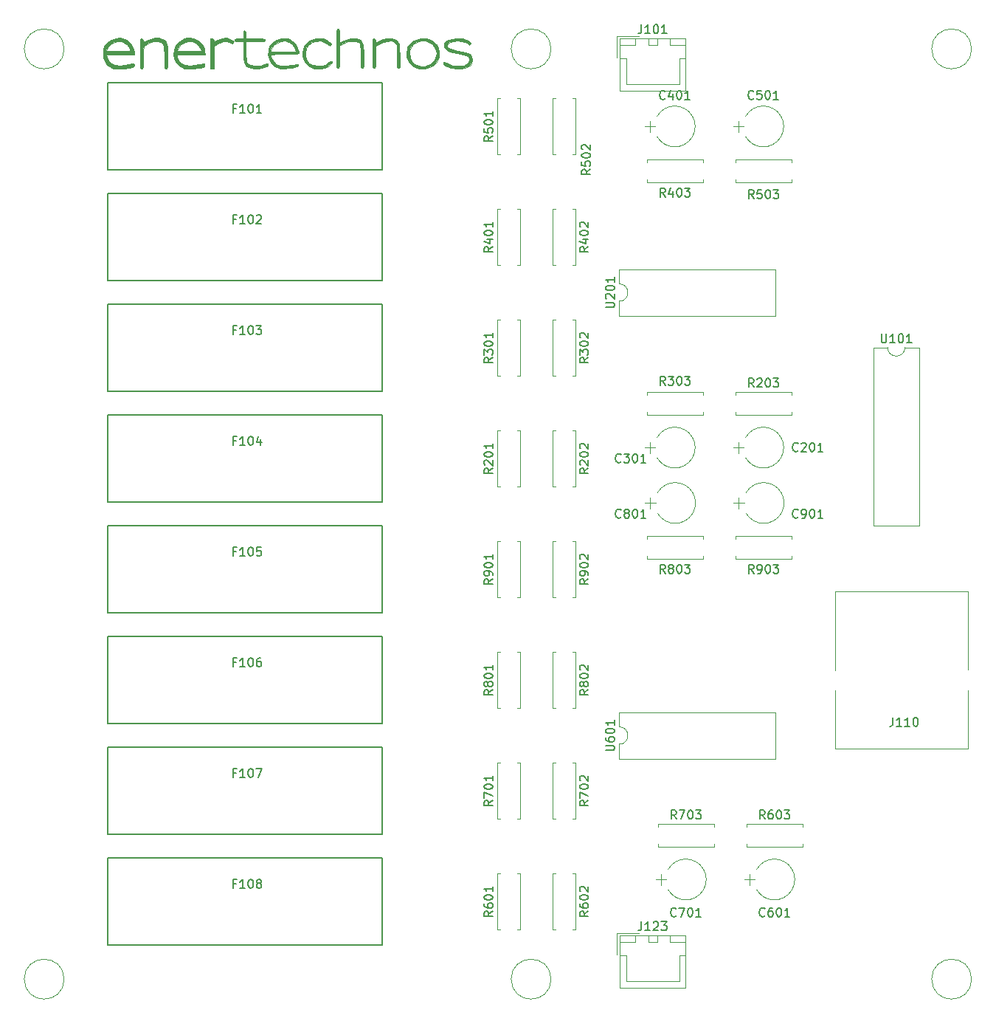
<source format=gbr>
G04 #@! TF.FileFunction,Legend,Top*
%FSLAX46Y46*%
G04 Gerber Fmt 4.6, Leading zero omitted, Abs format (unit mm)*
G04 Created by KiCad (PCBNEW 4.0.7) date 01/04/18 14:51:34*
%MOMM*%
%LPD*%
G01*
G04 APERTURE LIST*
%ADD10C,0.100000*%
%ADD11C,0.120000*%
%ADD12C,0.010000*%
%ADD13C,0.150000*%
G04 APERTURE END LIST*
D10*
D11*
X63246000Y3810000D02*
G75*
G03X63246000Y3810000I-2286000J0D01*
G01*
X63246000Y110490000D02*
G75*
G03X63246000Y110490000I-2286000J0D01*
G01*
X7366000Y110490000D02*
G75*
G03X7366000Y110490000I-2286000J0D01*
G01*
X111506000Y110490000D02*
G75*
G03X111506000Y110490000I-2286000J0D01*
G01*
X111506000Y3810000D02*
G75*
G03X111506000Y3810000I-2286000J0D01*
G01*
X95890000Y30230000D02*
X111130000Y30230000D01*
X111130000Y48260000D02*
X111120000Y39270000D01*
X111130000Y48260000D02*
X95890000Y48260000D01*
X95890000Y48260000D02*
X95890000Y39260000D01*
X111120000Y36930000D02*
X111130000Y30230000D01*
X95890000Y36940000D02*
X95890000Y30230000D01*
X71060000Y32750000D02*
G75*
G02X71060000Y30750000I0J-1000000D01*
G01*
X71060000Y30750000D02*
X71060000Y29100000D01*
X71060000Y29100000D02*
X88960000Y29100000D01*
X88960000Y29100000D02*
X88960000Y34400000D01*
X88960000Y34400000D02*
X71060000Y34400000D01*
X71060000Y34400000D02*
X71060000Y32750000D01*
X57440000Y60290000D02*
X57110000Y60290000D01*
X57110000Y60290000D02*
X57110000Y66710000D01*
X57110000Y66710000D02*
X57440000Y66710000D01*
X59400000Y60290000D02*
X59730000Y60290000D01*
X59730000Y60290000D02*
X59730000Y66710000D01*
X59730000Y66710000D02*
X59400000Y66710000D01*
X65750000Y66710000D02*
X66080000Y66710000D01*
X66080000Y66710000D02*
X66080000Y60290000D01*
X66080000Y60290000D02*
X65750000Y60290000D01*
X63790000Y66710000D02*
X63460000Y66710000D01*
X63460000Y66710000D02*
X63460000Y60290000D01*
X63460000Y60290000D02*
X63790000Y60290000D01*
X57440000Y72990000D02*
X57110000Y72990000D01*
X57110000Y72990000D02*
X57110000Y79410000D01*
X57110000Y79410000D02*
X57440000Y79410000D01*
X59400000Y72990000D02*
X59730000Y72990000D01*
X59730000Y72990000D02*
X59730000Y79410000D01*
X59730000Y79410000D02*
X59400000Y79410000D01*
X65750000Y79410000D02*
X66080000Y79410000D01*
X66080000Y79410000D02*
X66080000Y72990000D01*
X66080000Y72990000D02*
X65750000Y72990000D01*
X63790000Y79410000D02*
X63460000Y79410000D01*
X63460000Y79410000D02*
X63460000Y72990000D01*
X63460000Y72990000D02*
X63790000Y72990000D01*
X57440000Y85690000D02*
X57110000Y85690000D01*
X57110000Y85690000D02*
X57110000Y92110000D01*
X57110000Y92110000D02*
X57440000Y92110000D01*
X59400000Y85690000D02*
X59730000Y85690000D01*
X59730000Y85690000D02*
X59730000Y92110000D01*
X59730000Y92110000D02*
X59400000Y92110000D01*
X65750000Y92110000D02*
X66080000Y92110000D01*
X66080000Y92110000D02*
X66080000Y85690000D01*
X66080000Y85690000D02*
X65750000Y85690000D01*
X63790000Y92110000D02*
X63460000Y92110000D01*
X63460000Y92110000D02*
X63460000Y85690000D01*
X63460000Y85690000D02*
X63790000Y85690000D01*
X57440000Y98390000D02*
X57110000Y98390000D01*
X57110000Y98390000D02*
X57110000Y104810000D01*
X57110000Y104810000D02*
X57440000Y104810000D01*
X59400000Y98390000D02*
X59730000Y98390000D01*
X59730000Y98390000D02*
X59730000Y104810000D01*
X59730000Y104810000D02*
X59400000Y104810000D01*
X65750000Y104810000D02*
X66080000Y104810000D01*
X66080000Y104810000D02*
X66080000Y98390000D01*
X66080000Y98390000D02*
X65750000Y98390000D01*
X63790000Y104810000D02*
X63460000Y104810000D01*
X63460000Y104810000D02*
X63460000Y98390000D01*
X63460000Y98390000D02*
X63790000Y98390000D01*
X57440000Y9490000D02*
X57110000Y9490000D01*
X57110000Y9490000D02*
X57110000Y15910000D01*
X57110000Y15910000D02*
X57440000Y15910000D01*
X59400000Y9490000D02*
X59730000Y9490000D01*
X59730000Y9490000D02*
X59730000Y15910000D01*
X59730000Y15910000D02*
X59400000Y15910000D01*
X65750000Y15910000D02*
X66080000Y15910000D01*
X66080000Y15910000D02*
X66080000Y9490000D01*
X66080000Y9490000D02*
X65750000Y9490000D01*
X63790000Y15910000D02*
X63460000Y15910000D01*
X63460000Y15910000D02*
X63460000Y9490000D01*
X63460000Y9490000D02*
X63790000Y9490000D01*
X57440000Y22190000D02*
X57110000Y22190000D01*
X57110000Y22190000D02*
X57110000Y28610000D01*
X57110000Y28610000D02*
X57440000Y28610000D01*
X59400000Y22190000D02*
X59730000Y22190000D01*
X59730000Y22190000D02*
X59730000Y28610000D01*
X59730000Y28610000D02*
X59400000Y28610000D01*
X65750000Y28610000D02*
X66080000Y28610000D01*
X66080000Y28610000D02*
X66080000Y22190000D01*
X66080000Y22190000D02*
X65750000Y22190000D01*
X63790000Y28610000D02*
X63460000Y28610000D01*
X63460000Y28610000D02*
X63460000Y22190000D01*
X63460000Y22190000D02*
X63790000Y22190000D01*
X57440000Y34890000D02*
X57110000Y34890000D01*
X57110000Y34890000D02*
X57110000Y41310000D01*
X57110000Y41310000D02*
X57440000Y41310000D01*
X59400000Y34890000D02*
X59730000Y34890000D01*
X59730000Y34890000D02*
X59730000Y41310000D01*
X59730000Y41310000D02*
X59400000Y41310000D01*
X65750000Y41310000D02*
X66080000Y41310000D01*
X66080000Y41310000D02*
X66080000Y34890000D01*
X66080000Y34890000D02*
X65750000Y34890000D01*
X63790000Y41310000D02*
X63460000Y41310000D01*
X63460000Y41310000D02*
X63460000Y34890000D01*
X63460000Y34890000D02*
X63790000Y34890000D01*
X57440000Y47590000D02*
X57110000Y47590000D01*
X57110000Y47590000D02*
X57110000Y54010000D01*
X57110000Y54010000D02*
X57440000Y54010000D01*
X59400000Y47590000D02*
X59730000Y47590000D01*
X59730000Y47590000D02*
X59730000Y54010000D01*
X59730000Y54010000D02*
X59400000Y54010000D01*
X65750000Y54010000D02*
X66080000Y54010000D01*
X66080000Y54010000D02*
X66080000Y47590000D01*
X66080000Y47590000D02*
X65750000Y47590000D01*
X63790000Y54010000D02*
X63460000Y54010000D01*
X63460000Y54010000D02*
X63460000Y47590000D01*
X63460000Y47590000D02*
X63790000Y47590000D01*
X71060000Y83550000D02*
G75*
G02X71060000Y81550000I0J-1000000D01*
G01*
X71060000Y81550000D02*
X71060000Y79900000D01*
X71060000Y79900000D02*
X88960000Y79900000D01*
X88960000Y79900000D02*
X88960000Y85200000D01*
X88960000Y85200000D02*
X71060000Y85200000D01*
X71060000Y85200000D02*
X71060000Y83550000D01*
D12*
G36*
X14318496Y111639541D02*
X14648657Y111472841D01*
X14943973Y111198343D01*
X15192311Y110824111D01*
X15358384Y110414464D01*
X15408506Y110087834D01*
X15409334Y109812667D01*
X12203821Y109812667D01*
X12279646Y109548279D01*
X12475048Y109120118D01*
X12781405Y108814630D01*
X13200202Y108631466D01*
X13732923Y108570277D01*
X14381052Y108630714D01*
X15146075Y108812428D01*
X15261167Y108847087D01*
X15374758Y108841971D01*
X15409169Y108706793D01*
X15409334Y108689236D01*
X15392045Y108577990D01*
X15316659Y108498390D01*
X15147893Y108429618D01*
X14850464Y108350853D01*
X14825719Y108344863D01*
X14185707Y108231939D01*
X13587828Y108205935D01*
X13068625Y108266144D01*
X12714247Y108385672D01*
X12317481Y108661751D01*
X12047632Y109039272D01*
X11898555Y109528623D01*
X11867483Y109816746D01*
X11870957Y110236000D01*
X12196191Y110236000D01*
X14962518Y110236000D01*
X14920992Y110453232D01*
X14800214Y110721240D01*
X14567764Y110989678D01*
X14274132Y111210216D01*
X14010264Y111324963D01*
X13548303Y111368450D01*
X13101636Y111267599D01*
X12707997Y111041131D01*
X12405124Y110707765D01*
X12284402Y110468834D01*
X12196191Y110236000D01*
X11870957Y110236000D01*
X11871722Y110328254D01*
X11959561Y110727172D01*
X12145069Y111055311D01*
X12361258Y111284193D01*
X12792748Y111567947D01*
X13291637Y111724135D01*
X13814646Y111749190D01*
X14318496Y111639541D01*
X14318496Y111639541D01*
G37*
X14318496Y111639541D02*
X14648657Y111472841D01*
X14943973Y111198343D01*
X15192311Y110824111D01*
X15358384Y110414464D01*
X15408506Y110087834D01*
X15409334Y109812667D01*
X12203821Y109812667D01*
X12279646Y109548279D01*
X12475048Y109120118D01*
X12781405Y108814630D01*
X13200202Y108631466D01*
X13732923Y108570277D01*
X14381052Y108630714D01*
X15146075Y108812428D01*
X15261167Y108847087D01*
X15374758Y108841971D01*
X15409169Y108706793D01*
X15409334Y108689236D01*
X15392045Y108577990D01*
X15316659Y108498390D01*
X15147893Y108429618D01*
X14850464Y108350853D01*
X14825719Y108344863D01*
X14185707Y108231939D01*
X13587828Y108205935D01*
X13068625Y108266144D01*
X12714247Y108385672D01*
X12317481Y108661751D01*
X12047632Y109039272D01*
X11898555Y109528623D01*
X11867483Y109816746D01*
X11870957Y110236000D01*
X12196191Y110236000D01*
X14962518Y110236000D01*
X14920992Y110453232D01*
X14800214Y110721240D01*
X14567764Y110989678D01*
X14274132Y111210216D01*
X14010264Y111324963D01*
X13548303Y111368450D01*
X13101636Y111267599D01*
X12707997Y111041131D01*
X12405124Y110707765D01*
X12284402Y110468834D01*
X12196191Y110236000D01*
X11870957Y110236000D01*
X11871722Y110328254D01*
X11959561Y110727172D01*
X12145069Y111055311D01*
X12361258Y111284193D01*
X12792748Y111567947D01*
X13291637Y111724135D01*
X13814646Y111749190D01*
X14318496Y111639541D01*
G36*
X18626662Y111647310D02*
X18637820Y111642122D01*
X18835005Y111534277D01*
X18982236Y111407187D01*
X19086664Y111235854D01*
X19155439Y110995285D01*
X19195708Y110660483D01*
X19214624Y110206452D01*
X19219334Y109609104D01*
X19218407Y109091853D01*
X19213705Y108720002D01*
X19202344Y108469620D01*
X19181440Y108316775D01*
X19148108Y108237536D01*
X19099464Y108207972D01*
X19050000Y108204000D01*
X18982477Y108212936D01*
X18935750Y108257244D01*
X18905991Y108363178D01*
X18889370Y108556992D01*
X18882058Y108864938D01*
X18880225Y109313270D01*
X18880195Y109368167D01*
X18872595Y109973873D01*
X18847203Y110433492D01*
X18799296Y110769764D01*
X18724152Y111005432D01*
X18617046Y111163235D01*
X18487603Y111258457D01*
X18158813Y111351670D01*
X17747584Y111343887D01*
X17304879Y111238405D01*
X17133129Y111170805D01*
X16872549Y111052952D01*
X16685329Y110946426D01*
X16559346Y110821940D01*
X16482476Y110650207D01*
X16442598Y110401942D01*
X16427588Y110047856D01*
X16425323Y109558663D01*
X16425334Y109460878D01*
X16424203Y108975690D01*
X16418541Y108634548D01*
X16404940Y108412169D01*
X16379995Y108283269D01*
X16340298Y108222564D01*
X16282445Y108204770D01*
X16256000Y108204000D01*
X16199096Y108210538D01*
X16156608Y108244519D01*
X16126436Y108327498D01*
X16106475Y108481029D01*
X16094623Y108726667D01*
X16088777Y109085965D01*
X16086834Y109580477D01*
X16086667Y109939667D01*
X16087305Y110522939D01*
X16090620Y110958433D01*
X16098715Y111267703D01*
X16113694Y111472302D01*
X16137659Y111593786D01*
X16172712Y111653708D01*
X16220957Y111673622D01*
X16256000Y111675334D01*
X16388465Y111626100D01*
X16425334Y111462241D01*
X16425334Y111249148D01*
X16868184Y111473557D01*
X17323602Y111648533D01*
X17804031Y111739202D01*
X18256155Y111740488D01*
X18626662Y111647310D01*
X18626662Y111647310D01*
G37*
X18626662Y111647310D02*
X18637820Y111642122D01*
X18835005Y111534277D01*
X18982236Y111407187D01*
X19086664Y111235854D01*
X19155439Y110995285D01*
X19195708Y110660483D01*
X19214624Y110206452D01*
X19219334Y109609104D01*
X19218407Y109091853D01*
X19213705Y108720002D01*
X19202344Y108469620D01*
X19181440Y108316775D01*
X19148108Y108237536D01*
X19099464Y108207972D01*
X19050000Y108204000D01*
X18982477Y108212936D01*
X18935750Y108257244D01*
X18905991Y108363178D01*
X18889370Y108556992D01*
X18882058Y108864938D01*
X18880225Y109313270D01*
X18880195Y109368167D01*
X18872595Y109973873D01*
X18847203Y110433492D01*
X18799296Y110769764D01*
X18724152Y111005432D01*
X18617046Y111163235D01*
X18487603Y111258457D01*
X18158813Y111351670D01*
X17747584Y111343887D01*
X17304879Y111238405D01*
X17133129Y111170805D01*
X16872549Y111052952D01*
X16685329Y110946426D01*
X16559346Y110821940D01*
X16482476Y110650207D01*
X16442598Y110401942D01*
X16427588Y110047856D01*
X16425323Y109558663D01*
X16425334Y109460878D01*
X16424203Y108975690D01*
X16418541Y108634548D01*
X16404940Y108412169D01*
X16379995Y108283269D01*
X16340298Y108222564D01*
X16282445Y108204770D01*
X16256000Y108204000D01*
X16199096Y108210538D01*
X16156608Y108244519D01*
X16126436Y108327498D01*
X16106475Y108481029D01*
X16094623Y108726667D01*
X16088777Y109085965D01*
X16086834Y109580477D01*
X16086667Y109939667D01*
X16087305Y110522939D01*
X16090620Y110958433D01*
X16098715Y111267703D01*
X16113694Y111472302D01*
X16137659Y111593786D01*
X16172712Y111653708D01*
X16220957Y111673622D01*
X16256000Y111675334D01*
X16388465Y111626100D01*
X16425334Y111462241D01*
X16425334Y111249148D01*
X16868184Y111473557D01*
X17323602Y111648533D01*
X17804031Y111739202D01*
X18256155Y111740488D01*
X18626662Y111647310D01*
G36*
X21882572Y111739310D02*
X22431373Y111620337D01*
X22882989Y111366578D01*
X23224855Y110989922D01*
X23444401Y110502258D01*
X23506903Y110202604D01*
X23560350Y109812667D01*
X20301643Y109812667D01*
X20358784Y109584998D01*
X20542071Y109164780D01*
X20847581Y108854244D01*
X21265599Y108656933D01*
X21786406Y108576391D01*
X22400286Y108616161D01*
X22796500Y108696083D01*
X23100808Y108763609D01*
X23330143Y108800051D01*
X23445872Y108799763D01*
X23452667Y108791948D01*
X23480088Y108659961D01*
X23498422Y108606614D01*
X23455182Y108514271D01*
X23275542Y108427296D01*
X22992429Y108349815D01*
X22638772Y108285958D01*
X22247499Y108239852D01*
X21851537Y108215627D01*
X21483816Y108217409D01*
X21177263Y108249328D01*
X21009624Y108294589D01*
X20567131Y108557681D01*
X20228529Y108934973D01*
X20008605Y109396671D01*
X19922145Y109912981D01*
X19958110Y110281707D01*
X20320000Y110281707D01*
X20400007Y110266473D01*
X20621393Y110253392D01*
X20956212Y110243380D01*
X21376514Y110237355D01*
X21712596Y110236000D01*
X23105192Y110236000D01*
X23015700Y110492717D01*
X22797035Y110891204D01*
X22474776Y111171607D01*
X22073715Y111326255D01*
X21618643Y111347475D01*
X21134354Y111227596D01*
X20934664Y111136688D01*
X20758592Y110996352D01*
X20570473Y110775983D01*
X20412207Y110533864D01*
X20325698Y110328280D01*
X20320000Y110281707D01*
X19958110Y110281707D01*
X19968836Y110391667D01*
X20156295Y110891083D01*
X20473680Y111283584D01*
X20894408Y111561972D01*
X21182412Y111688475D01*
X21430153Y111746116D01*
X21722727Y111750167D01*
X21882572Y111739310D01*
X21882572Y111739310D01*
G37*
X21882572Y111739310D02*
X22431373Y111620337D01*
X22882989Y111366578D01*
X23224855Y110989922D01*
X23444401Y110502258D01*
X23506903Y110202604D01*
X23560350Y109812667D01*
X20301643Y109812667D01*
X20358784Y109584998D01*
X20542071Y109164780D01*
X20847581Y108854244D01*
X21265599Y108656933D01*
X21786406Y108576391D01*
X22400286Y108616161D01*
X22796500Y108696083D01*
X23100808Y108763609D01*
X23330143Y108800051D01*
X23445872Y108799763D01*
X23452667Y108791948D01*
X23480088Y108659961D01*
X23498422Y108606614D01*
X23455182Y108514271D01*
X23275542Y108427296D01*
X22992429Y108349815D01*
X22638772Y108285958D01*
X22247499Y108239852D01*
X21851537Y108215627D01*
X21483816Y108217409D01*
X21177263Y108249328D01*
X21009624Y108294589D01*
X20567131Y108557681D01*
X20228529Y108934973D01*
X20008605Y109396671D01*
X19922145Y109912981D01*
X19958110Y110281707D01*
X20320000Y110281707D01*
X20400007Y110266473D01*
X20621393Y110253392D01*
X20956212Y110243380D01*
X21376514Y110237355D01*
X21712596Y110236000D01*
X23105192Y110236000D01*
X23015700Y110492717D01*
X22797035Y110891204D01*
X22474776Y111171607D01*
X22073715Y111326255D01*
X21618643Y111347475D01*
X21134354Y111227596D01*
X20934664Y111136688D01*
X20758592Y110996352D01*
X20570473Y110775983D01*
X20412207Y110533864D01*
X20325698Y110328280D01*
X20320000Y110281707D01*
X19958110Y110281707D01*
X19968836Y110391667D01*
X20156295Y110891083D01*
X20473680Y111283584D01*
X20894408Y111561972D01*
X21182412Y111688475D01*
X21430153Y111746116D01*
X21722727Y111750167D01*
X21882572Y111739310D01*
G36*
X26466206Y111623588D02*
X26468071Y111622705D01*
X26716895Y111483248D01*
X26814908Y111362902D01*
X26775803Y111240638D01*
X26741596Y111202644D01*
X26645283Y111140240D01*
X26515841Y111152309D01*
X26299936Y111245190D01*
X26273220Y111258333D01*
X26023629Y111363925D01*
X25818573Y111386704D01*
X25561231Y111337092D01*
X25555476Y111335587D01*
X25235289Y111221074D01*
X24919169Y111062848D01*
X24870834Y111032821D01*
X24553334Y110826265D01*
X24553334Y108204000D01*
X24130000Y108204000D01*
X24130000Y111675334D01*
X24341667Y111675334D01*
X24508401Y111634932D01*
X24553334Y111509896D01*
X24562689Y111421578D01*
X24615013Y111396504D01*
X24746697Y111438071D01*
X24994129Y111549677D01*
X24997834Y111551402D01*
X25516845Y111720682D01*
X26016893Y111745258D01*
X26466206Y111623588D01*
X26466206Y111623588D01*
G37*
X26466206Y111623588D02*
X26468071Y111622705D01*
X26716895Y111483248D01*
X26814908Y111362902D01*
X26775803Y111240638D01*
X26741596Y111202644D01*
X26645283Y111140240D01*
X26515841Y111152309D01*
X26299936Y111245190D01*
X26273220Y111258333D01*
X26023629Y111363925D01*
X25818573Y111386704D01*
X25561231Y111337092D01*
X25555476Y111335587D01*
X25235289Y111221074D01*
X24919169Y111062848D01*
X24870834Y111032821D01*
X24553334Y110826265D01*
X24553334Y108204000D01*
X24130000Y108204000D01*
X24130000Y111675334D01*
X24341667Y111675334D01*
X24508401Y111634932D01*
X24553334Y111509896D01*
X24562689Y111421578D01*
X24615013Y111396504D01*
X24746697Y111438071D01*
X24994129Y111549677D01*
X24997834Y111551402D01*
X25516845Y111720682D01*
X26016893Y111745258D01*
X26466206Y111623588D01*
G36*
X28143589Y112564861D02*
X28183020Y112418164D01*
X28194000Y112141000D01*
X28194000Y111675334D01*
X29294667Y111675334D01*
X29744008Y111673898D01*
X30051008Y111666821D01*
X30242652Y111649953D01*
X30345925Y111619141D01*
X30387814Y111570235D01*
X30395334Y111506000D01*
X30386043Y111437043D01*
X30340233Y111389867D01*
X30230998Y111360356D01*
X30031429Y111344397D01*
X29714620Y111337873D01*
X29288107Y111336667D01*
X28180880Y111336667D01*
X28208607Y110202282D01*
X28227690Y109679252D01*
X28262252Y109297426D01*
X28322478Y109028760D01*
X28418550Y108845207D01*
X28560653Y108718722D01*
X28758970Y108621259D01*
X28786667Y108610323D01*
X29124609Y108538961D01*
X29544902Y108534235D01*
X29976053Y108592036D01*
X30325046Y108698716D01*
X30561388Y108794211D01*
X30689144Y108819312D01*
X30752108Y108777477D01*
X30772414Y108734018D01*
X30748985Y108592493D01*
X30588536Y108463852D01*
X30323296Y108355578D01*
X29985491Y108275154D01*
X29607351Y108230064D01*
X29221102Y108227789D01*
X28858973Y108275813D01*
X28829000Y108282777D01*
X28518904Y108379355D01*
X28288651Y108513936D01*
X28127033Y108710511D01*
X28022841Y108993069D01*
X27964867Y109385599D01*
X27941903Y109912093D01*
X27940000Y110185564D01*
X27940000Y111336667D01*
X27432000Y111336667D01*
X27148272Y111342846D01*
X26994960Y111369987D01*
X26933339Y111431000D01*
X26924000Y111506000D01*
X26942536Y111600577D01*
X27023960Y111651681D01*
X27206998Y111672221D01*
X27432000Y111675334D01*
X27940000Y111675334D01*
X27940000Y112141000D01*
X27951402Y112421825D01*
X27991410Y112566406D01*
X28067000Y112606667D01*
X28143589Y112564861D01*
X28143589Y112564861D01*
G37*
X28143589Y112564861D02*
X28183020Y112418164D01*
X28194000Y112141000D01*
X28194000Y111675334D01*
X29294667Y111675334D01*
X29744008Y111673898D01*
X30051008Y111666821D01*
X30242652Y111649953D01*
X30345925Y111619141D01*
X30387814Y111570235D01*
X30395334Y111506000D01*
X30386043Y111437043D01*
X30340233Y111389867D01*
X30230998Y111360356D01*
X30031429Y111344397D01*
X29714620Y111337873D01*
X29288107Y111336667D01*
X28180880Y111336667D01*
X28208607Y110202282D01*
X28227690Y109679252D01*
X28262252Y109297426D01*
X28322478Y109028760D01*
X28418550Y108845207D01*
X28560653Y108718722D01*
X28758970Y108621259D01*
X28786667Y108610323D01*
X29124609Y108538961D01*
X29544902Y108534235D01*
X29976053Y108592036D01*
X30325046Y108698716D01*
X30561388Y108794211D01*
X30689144Y108819312D01*
X30752108Y108777477D01*
X30772414Y108734018D01*
X30748985Y108592493D01*
X30588536Y108463852D01*
X30323296Y108355578D01*
X29985491Y108275154D01*
X29607351Y108230064D01*
X29221102Y108227789D01*
X28858973Y108275813D01*
X28829000Y108282777D01*
X28518904Y108379355D01*
X28288651Y108513936D01*
X28127033Y108710511D01*
X28022841Y108993069D01*
X27964867Y109385599D01*
X27941903Y109912093D01*
X27940000Y110185564D01*
X27940000Y111336667D01*
X27432000Y111336667D01*
X27148272Y111342846D01*
X26994960Y111369987D01*
X26933339Y111431000D01*
X26924000Y111506000D01*
X26942536Y111600577D01*
X27023960Y111651681D01*
X27206998Y111672221D01*
X27432000Y111675334D01*
X27940000Y111675334D01*
X27940000Y112141000D01*
X27951402Y112421825D01*
X27991410Y112566406D01*
X28067000Y112606667D01*
X28143589Y112564861D01*
G36*
X32926856Y111665694D02*
X33263098Y111570118D01*
X33574682Y111377901D01*
X33729348Y111249703D01*
X34023579Y110885635D01*
X34162087Y110551331D01*
X34230424Y110327022D01*
X34270280Y110160680D01*
X34262140Y110043685D01*
X34186489Y109967418D01*
X34023812Y109923260D01*
X33754593Y109902592D01*
X33359319Y109896796D01*
X32818473Y109897251D01*
X32681334Y109897334D01*
X32104261Y109896963D01*
X31676979Y109891721D01*
X31379951Y109875414D01*
X31193639Y109841850D01*
X31098507Y109784835D01*
X31075016Y109698176D01*
X31103631Y109575679D01*
X31162973Y109416012D01*
X31382650Y109048646D01*
X31719912Y108742055D01*
X31871099Y108651554D01*
X32148248Y108569211D01*
X32536375Y108534672D01*
X32984125Y108547556D01*
X33440142Y108607483D01*
X33693396Y108665055D01*
X33988178Y108738067D01*
X34149384Y108753351D01*
X34203945Y108707131D01*
X34179289Y108596918D01*
X34064628Y108502428D01*
X33820743Y108413953D01*
X33487745Y108337222D01*
X33105743Y108277969D01*
X32714847Y108241924D01*
X32355168Y108234818D01*
X32066814Y108262384D01*
X31984023Y108283227D01*
X31495316Y108521058D01*
X31125158Y108870353D01*
X30883545Y109312613D01*
X30780472Y109829340D01*
X30806033Y110151334D01*
X31054310Y110151334D01*
X33969691Y110151334D01*
X33911587Y110384167D01*
X33764487Y110714578D01*
X33518046Y111028054D01*
X33227130Y111259357D01*
X33138559Y111303317D01*
X32688318Y111411366D01*
X32234501Y111381061D01*
X31811951Y111228289D01*
X31455515Y110968940D01*
X31200037Y110618901D01*
X31111451Y110379003D01*
X31054310Y110151334D01*
X30806033Y110151334D01*
X30825935Y110402037D01*
X30829628Y110419563D01*
X31011627Y110898684D01*
X31320783Y111276076D01*
X31740031Y111538744D01*
X32252306Y111673694D01*
X32497012Y111689220D01*
X32926856Y111665694D01*
X32926856Y111665694D01*
G37*
X32926856Y111665694D02*
X33263098Y111570118D01*
X33574682Y111377901D01*
X33729348Y111249703D01*
X34023579Y110885635D01*
X34162087Y110551331D01*
X34230424Y110327022D01*
X34270280Y110160680D01*
X34262140Y110043685D01*
X34186489Y109967418D01*
X34023812Y109923260D01*
X33754593Y109902592D01*
X33359319Y109896796D01*
X32818473Y109897251D01*
X32681334Y109897334D01*
X32104261Y109896963D01*
X31676979Y109891721D01*
X31379951Y109875414D01*
X31193639Y109841850D01*
X31098507Y109784835D01*
X31075016Y109698176D01*
X31103631Y109575679D01*
X31162973Y109416012D01*
X31382650Y109048646D01*
X31719912Y108742055D01*
X31871099Y108651554D01*
X32148248Y108569211D01*
X32536375Y108534672D01*
X32984125Y108547556D01*
X33440142Y108607483D01*
X33693396Y108665055D01*
X33988178Y108738067D01*
X34149384Y108753351D01*
X34203945Y108707131D01*
X34179289Y108596918D01*
X34064628Y108502428D01*
X33820743Y108413953D01*
X33487745Y108337222D01*
X33105743Y108277969D01*
X32714847Y108241924D01*
X32355168Y108234818D01*
X32066814Y108262384D01*
X31984023Y108283227D01*
X31495316Y108521058D01*
X31125158Y108870353D01*
X30883545Y109312613D01*
X30780472Y109829340D01*
X30806033Y110151334D01*
X31054310Y110151334D01*
X33969691Y110151334D01*
X33911587Y110384167D01*
X33764487Y110714578D01*
X33518046Y111028054D01*
X33227130Y111259357D01*
X33138559Y111303317D01*
X32688318Y111411366D01*
X32234501Y111381061D01*
X31811951Y111228289D01*
X31455515Y110968940D01*
X31200037Y110618901D01*
X31111451Y110379003D01*
X31054310Y110151334D01*
X30806033Y110151334D01*
X30825935Y110402037D01*
X30829628Y110419563D01*
X31011627Y110898684D01*
X31320783Y111276076D01*
X31740031Y111538744D01*
X32252306Y111673694D01*
X32497012Y111689220D01*
X32926856Y111665694D01*
G36*
X37099080Y111667756D02*
X37262728Y111632615D01*
X37485791Y111531961D01*
X37717355Y111379031D01*
X37908349Y111212396D01*
X38009701Y111070630D01*
X38015334Y111041022D01*
X37964992Y110894507D01*
X37831802Y110878074D01*
X37642512Y110992726D01*
X37606287Y111025699D01*
X37211358Y111291532D01*
X36753711Y111414027D01*
X36266568Y111389377D01*
X35815730Y111230834D01*
X35407123Y110938967D01*
X35141201Y110561930D01*
X35025521Y110115709D01*
X35062626Y109637995D01*
X35238597Y109173856D01*
X35529578Y108833832D01*
X35934715Y108618548D01*
X36453156Y108528631D01*
X36578969Y108525734D01*
X36990562Y108555095D01*
X37310355Y108660746D01*
X37608351Y108869038D01*
X37692779Y108945010D01*
X37912535Y109093609D01*
X38066056Y109101497D01*
X38143383Y109051345D01*
X38122919Y108968800D01*
X37992280Y108815166D01*
X37965277Y108786607D01*
X37745540Y108586242D01*
X37520256Y108425111D01*
X37483780Y108404700D01*
X37212972Y108315667D01*
X36843045Y108259072D01*
X36441905Y108239474D01*
X36077455Y108261436D01*
X35898667Y108298236D01*
X35428008Y108522327D01*
X35065413Y108867794D01*
X34824502Y109315464D01*
X34718897Y109846160D01*
X34715193Y109964207D01*
X34789178Y110501076D01*
X35013236Y110961369D01*
X35383388Y111338800D01*
X35716303Y111544812D01*
X35982473Y111628065D01*
X36347217Y111678893D01*
X36742198Y111693417D01*
X37099080Y111667756D01*
X37099080Y111667756D01*
G37*
X37099080Y111667756D02*
X37262728Y111632615D01*
X37485791Y111531961D01*
X37717355Y111379031D01*
X37908349Y111212396D01*
X38009701Y111070630D01*
X38015334Y111041022D01*
X37964992Y110894507D01*
X37831802Y110878074D01*
X37642512Y110992726D01*
X37606287Y111025699D01*
X37211358Y111291532D01*
X36753711Y111414027D01*
X36266568Y111389377D01*
X35815730Y111230834D01*
X35407123Y110938967D01*
X35141201Y110561930D01*
X35025521Y110115709D01*
X35062626Y109637995D01*
X35238597Y109173856D01*
X35529578Y108833832D01*
X35934715Y108618548D01*
X36453156Y108528631D01*
X36578969Y108525734D01*
X36990562Y108555095D01*
X37310355Y108660746D01*
X37608351Y108869038D01*
X37692779Y108945010D01*
X37912535Y109093609D01*
X38066056Y109101497D01*
X38143383Y109051345D01*
X38122919Y108968800D01*
X37992280Y108815166D01*
X37965277Y108786607D01*
X37745540Y108586242D01*
X37520256Y108425111D01*
X37483780Y108404700D01*
X37212972Y108315667D01*
X36843045Y108259072D01*
X36441905Y108239474D01*
X36077455Y108261436D01*
X35898667Y108298236D01*
X35428008Y108522327D01*
X35065413Y108867794D01*
X34824502Y109315464D01*
X34718897Y109846160D01*
X34715193Y109964207D01*
X34789178Y110501076D01*
X35013236Y110961369D01*
X35383388Y111338800D01*
X35716303Y111544812D01*
X35982473Y111628065D01*
X36347217Y111678893D01*
X36742198Y111693417D01*
X37099080Y111667756D01*
G36*
X49266908Y111592118D02*
X49699690Y111381641D01*
X50044874Y111060340D01*
X50102238Y110980087D01*
X50275007Y110595048D01*
X50363691Y110126940D01*
X50360872Y109643676D01*
X50286931Y109289306D01*
X50072838Y108895849D01*
X49734477Y108579852D01*
X49303895Y108353669D01*
X48813141Y108229655D01*
X48294264Y108220163D01*
X47799229Y108330333D01*
X47370031Y108530796D01*
X47058379Y108800509D01*
X46835670Y109140290D01*
X46725387Y109385128D01*
X46673226Y109619454D01*
X46667143Y109915356D01*
X46670544Y109979529D01*
X46970462Y109979529D01*
X47045395Y109479243D01*
X47262427Y109064502D01*
X47609908Y108749896D01*
X48076188Y108550015D01*
X48120994Y108538767D01*
X48350465Y108488353D01*
X48518231Y108474574D01*
X48703587Y108498478D01*
X48935636Y108549538D01*
X49410602Y108733740D01*
X49771348Y109036668D01*
X49998254Y109426658D01*
X50097476Y109890319D01*
X50049047Y110325315D01*
X49874356Y110713015D01*
X49594786Y111034787D01*
X49231726Y111271999D01*
X48806560Y111406018D01*
X48340675Y111418212D01*
X47858213Y111291105D01*
X47425931Y111038496D01*
X47138679Y110699615D01*
X46992366Y110268416D01*
X46970462Y109979529D01*
X46670544Y109979529D01*
X46676538Y110092579D01*
X46712254Y110440992D01*
X46778611Y110686475D01*
X46896860Y110895170D01*
X46962193Y110981579D01*
X47330181Y111325463D01*
X47778165Y111558443D01*
X48272627Y111680535D01*
X48780048Y111691755D01*
X49266908Y111592118D01*
X49266908Y111592118D01*
G37*
X49266908Y111592118D02*
X49699690Y111381641D01*
X50044874Y111060340D01*
X50102238Y110980087D01*
X50275007Y110595048D01*
X50363691Y110126940D01*
X50360872Y109643676D01*
X50286931Y109289306D01*
X50072838Y108895849D01*
X49734477Y108579852D01*
X49303895Y108353669D01*
X48813141Y108229655D01*
X48294264Y108220163D01*
X47799229Y108330333D01*
X47370031Y108530796D01*
X47058379Y108800509D01*
X46835670Y109140290D01*
X46725387Y109385128D01*
X46673226Y109619454D01*
X46667143Y109915356D01*
X46670544Y109979529D01*
X46970462Y109979529D01*
X47045395Y109479243D01*
X47262427Y109064502D01*
X47609908Y108749896D01*
X48076188Y108550015D01*
X48120994Y108538767D01*
X48350465Y108488353D01*
X48518231Y108474574D01*
X48703587Y108498478D01*
X48935636Y108549538D01*
X49410602Y108733740D01*
X49771348Y109036668D01*
X49998254Y109426658D01*
X50097476Y109890319D01*
X50049047Y110325315D01*
X49874356Y110713015D01*
X49594786Y111034787D01*
X49231726Y111271999D01*
X48806560Y111406018D01*
X48340675Y111418212D01*
X47858213Y111291105D01*
X47425931Y111038496D01*
X47138679Y110699615D01*
X46992366Y110268416D01*
X46970462Y109979529D01*
X46670544Y109979529D01*
X46676538Y110092579D01*
X46712254Y110440992D01*
X46778611Y110686475D01*
X46896860Y110895170D01*
X46962193Y110981579D01*
X47330181Y111325463D01*
X47778165Y111558443D01*
X48272627Y111680535D01*
X48780048Y111691755D01*
X49266908Y111592118D01*
G36*
X53065139Y111656230D02*
X53542367Y111544586D01*
X53873651Y111353018D01*
X53919835Y111307993D01*
X54039257Y111159694D01*
X54041468Y111065436D01*
X53985358Y111006597D01*
X53865681Y110949361D01*
X53802759Y111002705D01*
X53631826Y111150414D01*
X53338819Y111278817D01*
X52970942Y111372894D01*
X52575401Y111417625D01*
X52493334Y111419343D01*
X52008444Y111382429D01*
X51641608Y111272724D01*
X51407671Y111096860D01*
X51324010Y110897008D01*
X51342765Y110734180D01*
X51453450Y110601209D01*
X51675043Y110488677D01*
X52026522Y110387165D01*
X52526862Y110287255D01*
X52566555Y110280320D01*
X53055063Y110189054D01*
X53410031Y110104044D01*
X53666278Y110013405D01*
X53858622Y109905248D01*
X53996167Y109792269D01*
X54145120Y109547741D01*
X54191081Y109231176D01*
X54133110Y108905659D01*
X54012682Y108682984D01*
X53752646Y108473584D01*
X53370842Y108322542D01*
X52906602Y108236055D01*
X52399255Y108220320D01*
X51888135Y108281535D01*
X51718517Y108321506D01*
X51343883Y108451208D01*
X51067049Y108604740D01*
X50907709Y108765685D01*
X50885559Y108917623D01*
X50927676Y108980787D01*
X51019328Y108968061D01*
X51215845Y108892317D01*
X51447607Y108783232D01*
X51744548Y108649498D01*
X52014821Y108575964D01*
X52334203Y108546392D01*
X52568765Y108542984D01*
X52966888Y108557141D01*
X53248294Y108605255D01*
X53463774Y108696482D01*
X53482763Y108707786D01*
X53760761Y108938357D01*
X53892598Y109187689D01*
X53874149Y109431899D01*
X53701291Y109647103D01*
X53651079Y109682465D01*
X53497716Y109744216D01*
X53217621Y109823356D01*
X52851109Y109909546D01*
X52452304Y109989893D01*
X52002870Y110077806D01*
X51686466Y110153741D01*
X51468455Y110229410D01*
X51314198Y110316526D01*
X51203470Y110412171D01*
X51012138Y110703506D01*
X50976655Y111020755D01*
X51051530Y111247385D01*
X51226453Y111416119D01*
X51534176Y111553267D01*
X51939396Y111647614D01*
X52406810Y111687947D01*
X52440033Y111688448D01*
X53065139Y111656230D01*
X53065139Y111656230D01*
G37*
X53065139Y111656230D02*
X53542367Y111544586D01*
X53873651Y111353018D01*
X53919835Y111307993D01*
X54039257Y111159694D01*
X54041468Y111065436D01*
X53985358Y111006597D01*
X53865681Y110949361D01*
X53802759Y111002705D01*
X53631826Y111150414D01*
X53338819Y111278817D01*
X52970942Y111372894D01*
X52575401Y111417625D01*
X52493334Y111419343D01*
X52008444Y111382429D01*
X51641608Y111272724D01*
X51407671Y111096860D01*
X51324010Y110897008D01*
X51342765Y110734180D01*
X51453450Y110601209D01*
X51675043Y110488677D01*
X52026522Y110387165D01*
X52526862Y110287255D01*
X52566555Y110280320D01*
X53055063Y110189054D01*
X53410031Y110104044D01*
X53666278Y110013405D01*
X53858622Y109905248D01*
X53996167Y109792269D01*
X54145120Y109547741D01*
X54191081Y109231176D01*
X54133110Y108905659D01*
X54012682Y108682984D01*
X53752646Y108473584D01*
X53370842Y108322542D01*
X52906602Y108236055D01*
X52399255Y108220320D01*
X51888135Y108281535D01*
X51718517Y108321506D01*
X51343883Y108451208D01*
X51067049Y108604740D01*
X50907709Y108765685D01*
X50885559Y108917623D01*
X50927676Y108980787D01*
X51019328Y108968061D01*
X51215845Y108892317D01*
X51447607Y108783232D01*
X51744548Y108649498D01*
X52014821Y108575964D01*
X52334203Y108546392D01*
X52568765Y108542984D01*
X52966888Y108557141D01*
X53248294Y108605255D01*
X53463774Y108696482D01*
X53482763Y108707786D01*
X53760761Y108938357D01*
X53892598Y109187689D01*
X53874149Y109431899D01*
X53701291Y109647103D01*
X53651079Y109682465D01*
X53497716Y109744216D01*
X53217621Y109823356D01*
X52851109Y109909546D01*
X52452304Y109989893D01*
X52002870Y110077806D01*
X51686466Y110153741D01*
X51468455Y110229410D01*
X51314198Y110316526D01*
X51203470Y110412171D01*
X51012138Y110703506D01*
X50976655Y111020755D01*
X51051530Y111247385D01*
X51226453Y111416119D01*
X51534176Y111553267D01*
X51939396Y111647614D01*
X52406810Y111687947D01*
X52440033Y111688448D01*
X53065139Y111656230D01*
G36*
X38856275Y112763776D02*
X38905992Y112706088D01*
X38933172Y112571414D01*
X38944499Y112328231D01*
X38946667Y111977627D01*
X38946667Y111179254D01*
X39306500Y111378640D01*
X39750863Y111563770D01*
X40247646Y111674223D01*
X40721374Y111695876D01*
X40892973Y111675522D01*
X41168845Y111604458D01*
X41379016Y111491131D01*
X41531951Y111314424D01*
X41636117Y111053223D01*
X41699981Y110686413D01*
X41732008Y110192877D01*
X41740667Y109561387D01*
X41739561Y109072687D01*
X41734016Y108728189D01*
X41720688Y108502765D01*
X41696234Y108371286D01*
X41657311Y108308625D01*
X41600574Y108289652D01*
X41571334Y108288667D01*
X41507270Y108296750D01*
X41461789Y108337464D01*
X41431718Y108435509D01*
X41413883Y108615587D01*
X41405111Y108902395D01*
X41402226Y109320635D01*
X41402000Y109606567D01*
X41396939Y110072285D01*
X41382986Y110486132D01*
X41361987Y110814792D01*
X41335788Y111024948D01*
X41320569Y111076621D01*
X41126164Y111271302D01*
X40820657Y111379190D01*
X40438565Y111399919D01*
X40014401Y111333124D01*
X39582682Y111178439D01*
X39424132Y111096710D01*
X38989000Y110850993D01*
X38965628Y109569830D01*
X38955452Y109078935D01*
X38943295Y108732371D01*
X38925439Y108505142D01*
X38898168Y108372255D01*
X38857766Y108308716D01*
X38800516Y108289530D01*
X38775128Y108288667D01*
X38724941Y108294487D01*
X38685955Y108324591D01*
X38656756Y108397941D01*
X38635934Y108533502D01*
X38622074Y108750237D01*
X38613765Y109067111D01*
X38609594Y109503087D01*
X38608148Y110077130D01*
X38608000Y110532334D01*
X38608408Y111205992D01*
X38610586Y111729288D01*
X38615967Y112121195D01*
X38625981Y112400684D01*
X38642062Y112586728D01*
X38665640Y112698297D01*
X38698147Y112754364D01*
X38741016Y112773901D01*
X38777334Y112776000D01*
X38856275Y112763776D01*
X38856275Y112763776D01*
G37*
X38856275Y112763776D02*
X38905992Y112706088D01*
X38933172Y112571414D01*
X38944499Y112328231D01*
X38946667Y111977627D01*
X38946667Y111179254D01*
X39306500Y111378640D01*
X39750863Y111563770D01*
X40247646Y111674223D01*
X40721374Y111695876D01*
X40892973Y111675522D01*
X41168845Y111604458D01*
X41379016Y111491131D01*
X41531951Y111314424D01*
X41636117Y111053223D01*
X41699981Y110686413D01*
X41732008Y110192877D01*
X41740667Y109561387D01*
X41739561Y109072687D01*
X41734016Y108728189D01*
X41720688Y108502765D01*
X41696234Y108371286D01*
X41657311Y108308625D01*
X41600574Y108289652D01*
X41571334Y108288667D01*
X41507270Y108296750D01*
X41461789Y108337464D01*
X41431718Y108435509D01*
X41413883Y108615587D01*
X41405111Y108902395D01*
X41402226Y109320635D01*
X41402000Y109606567D01*
X41396939Y110072285D01*
X41382986Y110486132D01*
X41361987Y110814792D01*
X41335788Y111024948D01*
X41320569Y111076621D01*
X41126164Y111271302D01*
X40820657Y111379190D01*
X40438565Y111399919D01*
X40014401Y111333124D01*
X39582682Y111178439D01*
X39424132Y111096710D01*
X38989000Y110850993D01*
X38965628Y109569830D01*
X38955452Y109078935D01*
X38943295Y108732371D01*
X38925439Y108505142D01*
X38898168Y108372255D01*
X38857766Y108308716D01*
X38800516Y108289530D01*
X38775128Y108288667D01*
X38724941Y108294487D01*
X38685955Y108324591D01*
X38656756Y108397941D01*
X38635934Y108533502D01*
X38622074Y108750237D01*
X38613765Y109067111D01*
X38609594Y109503087D01*
X38608148Y110077130D01*
X38608000Y110532334D01*
X38608408Y111205992D01*
X38610586Y111729288D01*
X38615967Y112121195D01*
X38625981Y112400684D01*
X38642062Y112586728D01*
X38665640Y112698297D01*
X38698147Y112754364D01*
X38741016Y112773901D01*
X38777334Y112776000D01*
X38856275Y112763776D01*
G36*
X45261041Y111597502D02*
X45566528Y111410472D01*
X45655459Y111308866D01*
X45727654Y111195847D01*
X45780150Y111070921D01*
X45816910Y110904662D01*
X45841894Y110667640D01*
X45859067Y110330429D01*
X45872389Y109863601D01*
X45876868Y109664500D01*
X45887227Y109153940D01*
X45890895Y108788433D01*
X45885265Y108543752D01*
X45867726Y108395667D01*
X45835669Y108319947D01*
X45786484Y108292364D01*
X45728702Y108288667D01*
X45661414Y108295161D01*
X45613646Y108331136D01*
X45582056Y108421335D01*
X45563304Y108590500D01*
X45554052Y108863372D01*
X45550958Y109264695D01*
X45550667Y109607513D01*
X45550667Y110926359D01*
X45291857Y111185170D01*
X45133250Y111330145D01*
X44990599Y111401596D01*
X44800528Y111417438D01*
X44535831Y111398894D01*
X43966904Y111275485D01*
X43588141Y111112404D01*
X43137667Y110871000D01*
X43114295Y109579834D01*
X43104166Y109086743D01*
X43092094Y108738077D01*
X43074408Y108508937D01*
X43047432Y108374423D01*
X43007494Y108309636D01*
X42950919Y108289677D01*
X42923795Y108288667D01*
X42867015Y108295757D01*
X42824795Y108331565D01*
X42794982Y108417898D01*
X42775426Y108576565D01*
X42763973Y108829371D01*
X42758471Y109198125D01*
X42756768Y109704634D01*
X42756667Y109982000D01*
X42757333Y110557184D01*
X42760786Y110984856D01*
X42769207Y111286834D01*
X42784779Y111484940D01*
X42809684Y111600992D01*
X42846104Y111656811D01*
X42896220Y111674217D01*
X42926000Y111675334D01*
X43051094Y111634246D01*
X43094029Y111482650D01*
X43095334Y111427294D01*
X43095334Y111179254D01*
X43471004Y111389220D01*
X43932950Y111587355D01*
X44408864Y111687246D01*
X44863357Y111690194D01*
X45261041Y111597502D01*
X45261041Y111597502D01*
G37*
X45261041Y111597502D02*
X45566528Y111410472D01*
X45655459Y111308866D01*
X45727654Y111195847D01*
X45780150Y111070921D01*
X45816910Y110904662D01*
X45841894Y110667640D01*
X45859067Y110330429D01*
X45872389Y109863601D01*
X45876868Y109664500D01*
X45887227Y109153940D01*
X45890895Y108788433D01*
X45885265Y108543752D01*
X45867726Y108395667D01*
X45835669Y108319947D01*
X45786484Y108292364D01*
X45728702Y108288667D01*
X45661414Y108295161D01*
X45613646Y108331136D01*
X45582056Y108421335D01*
X45563304Y108590500D01*
X45554052Y108863372D01*
X45550958Y109264695D01*
X45550667Y109607513D01*
X45550667Y110926359D01*
X45291857Y111185170D01*
X45133250Y111330145D01*
X44990599Y111401596D01*
X44800528Y111417438D01*
X44535831Y111398894D01*
X43966904Y111275485D01*
X43588141Y111112404D01*
X43137667Y110871000D01*
X43114295Y109579834D01*
X43104166Y109086743D01*
X43092094Y108738077D01*
X43074408Y108508937D01*
X43047432Y108374423D01*
X43007494Y108309636D01*
X42950919Y108289677D01*
X42923795Y108288667D01*
X42867015Y108295757D01*
X42824795Y108331565D01*
X42794982Y108417898D01*
X42775426Y108576565D01*
X42763973Y108829371D01*
X42758471Y109198125D01*
X42756768Y109704634D01*
X42756667Y109982000D01*
X42757333Y110557184D01*
X42760786Y110984856D01*
X42769207Y111286834D01*
X42784779Y111484940D01*
X42809684Y111600992D01*
X42846104Y111656811D01*
X42896220Y111674217D01*
X42926000Y111675334D01*
X43051094Y111634246D01*
X43094029Y111482650D01*
X43095334Y111427294D01*
X43095334Y111179254D01*
X43471004Y111389220D01*
X43932950Y111587355D01*
X44408864Y111687246D01*
X44863357Y111690194D01*
X45261041Y111597502D01*
D11*
X7366000Y3810000D02*
G75*
G03X7366000Y3810000I-2286000J0D01*
G01*
X89629998Y65951189D02*
G75*
G03X85589307Y65950000I-2019998J-1181189D01*
G01*
X89629998Y63588811D02*
G75*
G02X85589307Y63590000I-2019998J1181189D01*
G01*
X89629998Y63588811D02*
G75*
G03X89630693Y65950000I-2019998J1181189D01*
G01*
X84160000Y64770000D02*
X85360000Y64770000D01*
X84760000Y65420000D02*
X84760000Y64120000D01*
X79469998Y65951189D02*
G75*
G03X75429307Y65950000I-2019998J-1181189D01*
G01*
X79469998Y63588811D02*
G75*
G02X75429307Y63590000I-2019998J1181189D01*
G01*
X79469998Y63588811D02*
G75*
G03X79470693Y65950000I-2019998J1181189D01*
G01*
X74000000Y64770000D02*
X75200000Y64770000D01*
X74600000Y65420000D02*
X74600000Y64120000D01*
X79469998Y102781189D02*
G75*
G03X75429307Y102780000I-2019998J-1181189D01*
G01*
X79469998Y100418811D02*
G75*
G02X75429307Y100420000I-2019998J1181189D01*
G01*
X79469998Y100418811D02*
G75*
G03X79470693Y102780000I-2019998J1181189D01*
G01*
X74000000Y101600000D02*
X75200000Y101600000D01*
X74600000Y102250000D02*
X74600000Y100950000D01*
X89629998Y102781189D02*
G75*
G03X85589307Y102780000I-2019998J-1181189D01*
G01*
X89629998Y100418811D02*
G75*
G02X85589307Y100420000I-2019998J1181189D01*
G01*
X89629998Y100418811D02*
G75*
G03X89630693Y102780000I-2019998J1181189D01*
G01*
X84160000Y101600000D02*
X85360000Y101600000D01*
X84760000Y102250000D02*
X84760000Y100950000D01*
X90899998Y16421189D02*
G75*
G03X86859307Y16420000I-2019998J-1181189D01*
G01*
X90899998Y14058811D02*
G75*
G02X86859307Y14060000I-2019998J1181189D01*
G01*
X90899998Y14058811D02*
G75*
G03X90900693Y16420000I-2019998J1181189D01*
G01*
X85430000Y15240000D02*
X86630000Y15240000D01*
X86030000Y15890000D02*
X86030000Y14590000D01*
X80739998Y16421189D02*
G75*
G03X76699307Y16420000I-2019998J-1181189D01*
G01*
X80739998Y14058811D02*
G75*
G02X76699307Y14060000I-2019998J1181189D01*
G01*
X80739998Y14058811D02*
G75*
G03X80740693Y16420000I-2019998J1181189D01*
G01*
X75270000Y15240000D02*
X76470000Y15240000D01*
X75870000Y15890000D02*
X75870000Y14590000D01*
X79509998Y59601189D02*
G75*
G03X75469307Y59600000I-2019998J-1181189D01*
G01*
X79509998Y57238811D02*
G75*
G02X75469307Y57240000I-2019998J1181189D01*
G01*
X79509998Y57238811D02*
G75*
G03X79510693Y59600000I-2019998J1181189D01*
G01*
X74040000Y58420000D02*
X75240000Y58420000D01*
X74640000Y59070000D02*
X74640000Y57770000D01*
X89669998Y59601189D02*
G75*
G03X85629307Y59600000I-2019998J-1181189D01*
G01*
X89669998Y57238811D02*
G75*
G02X85629307Y57240000I-2019998J1181189D01*
G01*
X89669998Y57238811D02*
G75*
G03X89670693Y59600000I-2019998J1181189D01*
G01*
X84200000Y58420000D02*
X85400000Y58420000D01*
X84800000Y59070000D02*
X84800000Y57770000D01*
X71110000Y111670000D02*
X71110000Y105720000D01*
X71110000Y105720000D02*
X78710000Y105720000D01*
X78710000Y105720000D02*
X78710000Y111670000D01*
X78710000Y111670000D02*
X71110000Y111670000D01*
X74410000Y111670000D02*
X74410000Y110920000D01*
X74410000Y110920000D02*
X75410000Y110920000D01*
X75410000Y110920000D02*
X75410000Y111670000D01*
X75410000Y111670000D02*
X74410000Y111670000D01*
X71110000Y111670000D02*
X71110000Y110920000D01*
X71110000Y110920000D02*
X72910000Y110920000D01*
X72910000Y110920000D02*
X72910000Y111670000D01*
X72910000Y111670000D02*
X71110000Y111670000D01*
X76910000Y111670000D02*
X76910000Y110920000D01*
X76910000Y110920000D02*
X78710000Y110920000D01*
X78710000Y110920000D02*
X78710000Y111670000D01*
X78710000Y111670000D02*
X76910000Y111670000D01*
X71110000Y109420000D02*
X71860000Y109420000D01*
X71860000Y109420000D02*
X71860000Y106470000D01*
X71860000Y106470000D02*
X74910000Y106470000D01*
X78710000Y109420000D02*
X77960000Y109420000D01*
X77960000Y109420000D02*
X77960000Y106470000D01*
X77960000Y106470000D02*
X74910000Y106470000D01*
X73310000Y111970000D02*
X70810000Y111970000D01*
X70810000Y111970000D02*
X70810000Y109470000D01*
X84420000Y70830000D02*
X84420000Y71160000D01*
X84420000Y71160000D02*
X90840000Y71160000D01*
X90840000Y71160000D02*
X90840000Y70830000D01*
X84420000Y68870000D02*
X84420000Y68540000D01*
X84420000Y68540000D02*
X90840000Y68540000D01*
X90840000Y68540000D02*
X90840000Y68870000D01*
X74260000Y70830000D02*
X74260000Y71160000D01*
X74260000Y71160000D02*
X80680000Y71160000D01*
X80680000Y71160000D02*
X80680000Y70830000D01*
X74260000Y68870000D02*
X74260000Y68540000D01*
X74260000Y68540000D02*
X80680000Y68540000D01*
X80680000Y68540000D02*
X80680000Y68870000D01*
X74260000Y97500000D02*
X74260000Y97830000D01*
X74260000Y97830000D02*
X80680000Y97830000D01*
X80680000Y97830000D02*
X80680000Y97500000D01*
X74260000Y95540000D02*
X74260000Y95210000D01*
X74260000Y95210000D02*
X80680000Y95210000D01*
X80680000Y95210000D02*
X80680000Y95540000D01*
X84420000Y97500000D02*
X84420000Y97830000D01*
X84420000Y97830000D02*
X90840000Y97830000D01*
X90840000Y97830000D02*
X90840000Y97500000D01*
X84420000Y95540000D02*
X84420000Y95210000D01*
X84420000Y95210000D02*
X90840000Y95210000D01*
X90840000Y95210000D02*
X90840000Y95540000D01*
X85690000Y21300000D02*
X85690000Y21630000D01*
X85690000Y21630000D02*
X92110000Y21630000D01*
X92110000Y21630000D02*
X92110000Y21300000D01*
X85690000Y19340000D02*
X85690000Y19010000D01*
X85690000Y19010000D02*
X92110000Y19010000D01*
X92110000Y19010000D02*
X92110000Y19340000D01*
X75530000Y21300000D02*
X75530000Y21630000D01*
X75530000Y21630000D02*
X81950000Y21630000D01*
X81950000Y21630000D02*
X81950000Y21300000D01*
X75530000Y19340000D02*
X75530000Y19010000D01*
X75530000Y19010000D02*
X81950000Y19010000D01*
X81950000Y19010000D02*
X81950000Y19340000D01*
X74260000Y54320000D02*
X74260000Y54650000D01*
X74260000Y54650000D02*
X80680000Y54650000D01*
X80680000Y54650000D02*
X80680000Y54320000D01*
X74260000Y52360000D02*
X74260000Y52030000D01*
X74260000Y52030000D02*
X80680000Y52030000D01*
X80680000Y52030000D02*
X80680000Y52360000D01*
X84420000Y54320000D02*
X84420000Y54650000D01*
X84420000Y54650000D02*
X90840000Y54650000D01*
X90840000Y54650000D02*
X90840000Y54320000D01*
X84420000Y52360000D02*
X84420000Y52030000D01*
X84420000Y52030000D02*
X90840000Y52030000D01*
X90840000Y52030000D02*
X90840000Y52360000D01*
X71110000Y8800000D02*
X71110000Y2850000D01*
X71110000Y2850000D02*
X78710000Y2850000D01*
X78710000Y2850000D02*
X78710000Y8800000D01*
X78710000Y8800000D02*
X71110000Y8800000D01*
X74410000Y8800000D02*
X74410000Y8050000D01*
X74410000Y8050000D02*
X75410000Y8050000D01*
X75410000Y8050000D02*
X75410000Y8800000D01*
X75410000Y8800000D02*
X74410000Y8800000D01*
X71110000Y8800000D02*
X71110000Y8050000D01*
X71110000Y8050000D02*
X72910000Y8050000D01*
X72910000Y8050000D02*
X72910000Y8800000D01*
X72910000Y8800000D02*
X71110000Y8800000D01*
X76910000Y8800000D02*
X76910000Y8050000D01*
X76910000Y8050000D02*
X78710000Y8050000D01*
X78710000Y8050000D02*
X78710000Y8800000D01*
X78710000Y8800000D02*
X76910000Y8800000D01*
X71110000Y6550000D02*
X71860000Y6550000D01*
X71860000Y6550000D02*
X71860000Y3600000D01*
X71860000Y3600000D02*
X74910000Y3600000D01*
X78710000Y6550000D02*
X77960000Y6550000D01*
X77960000Y6550000D02*
X77960000Y3600000D01*
X77960000Y3600000D02*
X74910000Y3600000D01*
X73310000Y9100000D02*
X70810000Y9100000D01*
X70810000Y9100000D02*
X70810000Y6600000D01*
D13*
X12350000Y96600000D02*
X43850000Y96600000D01*
X12350000Y106600000D02*
X12350000Y96600000D01*
X43850000Y106600000D02*
X12350000Y106600000D01*
X43850000Y96600000D02*
X43850000Y106600000D01*
X12350000Y83900000D02*
X43850000Y83900000D01*
X12350000Y93900000D02*
X12350000Y83900000D01*
X43850000Y93900000D02*
X12350000Y93900000D01*
X43850000Y83900000D02*
X43850000Y93900000D01*
X12350000Y71200000D02*
X43850000Y71200000D01*
X12350000Y81200000D02*
X12350000Y71200000D01*
X43850000Y81200000D02*
X12350000Y81200000D01*
X43850000Y71200000D02*
X43850000Y81200000D01*
X12350000Y58500000D02*
X43850000Y58500000D01*
X12350000Y68500000D02*
X12350000Y58500000D01*
X43850000Y68500000D02*
X12350000Y68500000D01*
X43850000Y58500000D02*
X43850000Y68500000D01*
X12350000Y45800000D02*
X43850000Y45800000D01*
X12350000Y55800000D02*
X12350000Y45800000D01*
X43850000Y55800000D02*
X12350000Y55800000D01*
X43850000Y45800000D02*
X43850000Y55800000D01*
X12350000Y33100000D02*
X43850000Y33100000D01*
X12350000Y43100000D02*
X12350000Y33100000D01*
X43850000Y43100000D02*
X12350000Y43100000D01*
X43850000Y33100000D02*
X43850000Y43100000D01*
X12350000Y20400000D02*
X43850000Y20400000D01*
X12350000Y30400000D02*
X12350000Y20400000D01*
X43850000Y30400000D02*
X12350000Y30400000D01*
X43850000Y20400000D02*
X43850000Y30400000D01*
X12350000Y7700000D02*
X43850000Y7700000D01*
X12350000Y17700000D02*
X12350000Y7700000D01*
X43850000Y17700000D02*
X12350000Y17700000D01*
X43850000Y7700000D02*
X43850000Y17700000D01*
D11*
X103870000Y76260000D02*
G75*
G02X101870000Y76260000I-1000000J0D01*
G01*
X101870000Y76260000D02*
X100220000Y76260000D01*
X100220000Y76260000D02*
X100220000Y55820000D01*
X100220000Y55820000D02*
X105520000Y55820000D01*
X105520000Y55820000D02*
X105520000Y76260000D01*
X105520000Y76260000D02*
X103870000Y76260000D01*
D13*
X102474286Y33817619D02*
X102474286Y33103333D01*
X102426666Y32960476D01*
X102331428Y32865238D01*
X102188571Y32817619D01*
X102093333Y32817619D01*
X103474286Y32817619D02*
X102902857Y32817619D01*
X103188571Y32817619D02*
X103188571Y33817619D01*
X103093333Y33674762D01*
X102998095Y33579524D01*
X102902857Y33531905D01*
X104426667Y32817619D02*
X103855238Y32817619D01*
X104140952Y32817619D02*
X104140952Y33817619D01*
X104045714Y33674762D01*
X103950476Y33579524D01*
X103855238Y33531905D01*
X105045714Y33817619D02*
X105140953Y33817619D01*
X105236191Y33770000D01*
X105283810Y33722381D01*
X105331429Y33627143D01*
X105379048Y33436667D01*
X105379048Y33198571D01*
X105331429Y33008095D01*
X105283810Y32912857D01*
X105236191Y32865238D01*
X105140953Y32817619D01*
X105045714Y32817619D01*
X104950476Y32865238D01*
X104902857Y32912857D01*
X104855238Y33008095D01*
X104807619Y33198571D01*
X104807619Y33436667D01*
X104855238Y33627143D01*
X104902857Y33722381D01*
X104950476Y33770000D01*
X105045714Y33817619D01*
X69512381Y30035714D02*
X70321905Y30035714D01*
X70417143Y30083333D01*
X70464762Y30130952D01*
X70512381Y30226190D01*
X70512381Y30416667D01*
X70464762Y30511905D01*
X70417143Y30559524D01*
X70321905Y30607143D01*
X69512381Y30607143D01*
X69512381Y31511905D02*
X69512381Y31321428D01*
X69560000Y31226190D01*
X69607619Y31178571D01*
X69750476Y31083333D01*
X69940952Y31035714D01*
X70321905Y31035714D01*
X70417143Y31083333D01*
X70464762Y31130952D01*
X70512381Y31226190D01*
X70512381Y31416667D01*
X70464762Y31511905D01*
X70417143Y31559524D01*
X70321905Y31607143D01*
X70083810Y31607143D01*
X69988571Y31559524D01*
X69940952Y31511905D01*
X69893333Y31416667D01*
X69893333Y31226190D01*
X69940952Y31130952D01*
X69988571Y31083333D01*
X70083810Y31035714D01*
X69512381Y32226190D02*
X69512381Y32321429D01*
X69560000Y32416667D01*
X69607619Y32464286D01*
X69702857Y32511905D01*
X69893333Y32559524D01*
X70131429Y32559524D01*
X70321905Y32511905D01*
X70417143Y32464286D01*
X70464762Y32416667D01*
X70512381Y32321429D01*
X70512381Y32226190D01*
X70464762Y32130952D01*
X70417143Y32083333D01*
X70321905Y32035714D01*
X70131429Y31988095D01*
X69893333Y31988095D01*
X69702857Y32035714D01*
X69607619Y32083333D01*
X69560000Y32130952D01*
X69512381Y32226190D01*
X70512381Y33511905D02*
X70512381Y32940476D01*
X70512381Y33226190D02*
X69512381Y33226190D01*
X69655238Y33130952D01*
X69750476Y33035714D01*
X69798095Y32940476D01*
X56562381Y62380953D02*
X56086190Y62047619D01*
X56562381Y61809524D02*
X55562381Y61809524D01*
X55562381Y62190477D01*
X55610000Y62285715D01*
X55657619Y62333334D01*
X55752857Y62380953D01*
X55895714Y62380953D01*
X55990952Y62333334D01*
X56038571Y62285715D01*
X56086190Y62190477D01*
X56086190Y61809524D01*
X55657619Y62761905D02*
X55610000Y62809524D01*
X55562381Y62904762D01*
X55562381Y63142858D01*
X55610000Y63238096D01*
X55657619Y63285715D01*
X55752857Y63333334D01*
X55848095Y63333334D01*
X55990952Y63285715D01*
X56562381Y62714286D01*
X56562381Y63333334D01*
X55562381Y63952381D02*
X55562381Y64047620D01*
X55610000Y64142858D01*
X55657619Y64190477D01*
X55752857Y64238096D01*
X55943333Y64285715D01*
X56181429Y64285715D01*
X56371905Y64238096D01*
X56467143Y64190477D01*
X56514762Y64142858D01*
X56562381Y64047620D01*
X56562381Y63952381D01*
X56514762Y63857143D01*
X56467143Y63809524D01*
X56371905Y63761905D01*
X56181429Y63714286D01*
X55943333Y63714286D01*
X55752857Y63761905D01*
X55657619Y63809524D01*
X55610000Y63857143D01*
X55562381Y63952381D01*
X56562381Y65238096D02*
X56562381Y64666667D01*
X56562381Y64952381D02*
X55562381Y64952381D01*
X55705238Y64857143D01*
X55800476Y64761905D01*
X55848095Y64666667D01*
X67532381Y62380953D02*
X67056190Y62047619D01*
X67532381Y61809524D02*
X66532381Y61809524D01*
X66532381Y62190477D01*
X66580000Y62285715D01*
X66627619Y62333334D01*
X66722857Y62380953D01*
X66865714Y62380953D01*
X66960952Y62333334D01*
X67008571Y62285715D01*
X67056190Y62190477D01*
X67056190Y61809524D01*
X66627619Y62761905D02*
X66580000Y62809524D01*
X66532381Y62904762D01*
X66532381Y63142858D01*
X66580000Y63238096D01*
X66627619Y63285715D01*
X66722857Y63333334D01*
X66818095Y63333334D01*
X66960952Y63285715D01*
X67532381Y62714286D01*
X67532381Y63333334D01*
X66532381Y63952381D02*
X66532381Y64047620D01*
X66580000Y64142858D01*
X66627619Y64190477D01*
X66722857Y64238096D01*
X66913333Y64285715D01*
X67151429Y64285715D01*
X67341905Y64238096D01*
X67437143Y64190477D01*
X67484762Y64142858D01*
X67532381Y64047620D01*
X67532381Y63952381D01*
X67484762Y63857143D01*
X67437143Y63809524D01*
X67341905Y63761905D01*
X67151429Y63714286D01*
X66913333Y63714286D01*
X66722857Y63761905D01*
X66627619Y63809524D01*
X66580000Y63857143D01*
X66532381Y63952381D01*
X66627619Y64666667D02*
X66580000Y64714286D01*
X66532381Y64809524D01*
X66532381Y65047620D01*
X66580000Y65142858D01*
X66627619Y65190477D01*
X66722857Y65238096D01*
X66818095Y65238096D01*
X66960952Y65190477D01*
X67532381Y64619048D01*
X67532381Y65238096D01*
X56562381Y75080953D02*
X56086190Y74747619D01*
X56562381Y74509524D02*
X55562381Y74509524D01*
X55562381Y74890477D01*
X55610000Y74985715D01*
X55657619Y75033334D01*
X55752857Y75080953D01*
X55895714Y75080953D01*
X55990952Y75033334D01*
X56038571Y74985715D01*
X56086190Y74890477D01*
X56086190Y74509524D01*
X55562381Y75414286D02*
X55562381Y76033334D01*
X55943333Y75700000D01*
X55943333Y75842858D01*
X55990952Y75938096D01*
X56038571Y75985715D01*
X56133810Y76033334D01*
X56371905Y76033334D01*
X56467143Y75985715D01*
X56514762Y75938096D01*
X56562381Y75842858D01*
X56562381Y75557143D01*
X56514762Y75461905D01*
X56467143Y75414286D01*
X55562381Y76652381D02*
X55562381Y76747620D01*
X55610000Y76842858D01*
X55657619Y76890477D01*
X55752857Y76938096D01*
X55943333Y76985715D01*
X56181429Y76985715D01*
X56371905Y76938096D01*
X56467143Y76890477D01*
X56514762Y76842858D01*
X56562381Y76747620D01*
X56562381Y76652381D01*
X56514762Y76557143D01*
X56467143Y76509524D01*
X56371905Y76461905D01*
X56181429Y76414286D01*
X55943333Y76414286D01*
X55752857Y76461905D01*
X55657619Y76509524D01*
X55610000Y76557143D01*
X55562381Y76652381D01*
X56562381Y77938096D02*
X56562381Y77366667D01*
X56562381Y77652381D02*
X55562381Y77652381D01*
X55705238Y77557143D01*
X55800476Y77461905D01*
X55848095Y77366667D01*
X67532381Y75080953D02*
X67056190Y74747619D01*
X67532381Y74509524D02*
X66532381Y74509524D01*
X66532381Y74890477D01*
X66580000Y74985715D01*
X66627619Y75033334D01*
X66722857Y75080953D01*
X66865714Y75080953D01*
X66960952Y75033334D01*
X67008571Y74985715D01*
X67056190Y74890477D01*
X67056190Y74509524D01*
X66532381Y75414286D02*
X66532381Y76033334D01*
X66913333Y75700000D01*
X66913333Y75842858D01*
X66960952Y75938096D01*
X67008571Y75985715D01*
X67103810Y76033334D01*
X67341905Y76033334D01*
X67437143Y75985715D01*
X67484762Y75938096D01*
X67532381Y75842858D01*
X67532381Y75557143D01*
X67484762Y75461905D01*
X67437143Y75414286D01*
X66532381Y76652381D02*
X66532381Y76747620D01*
X66580000Y76842858D01*
X66627619Y76890477D01*
X66722857Y76938096D01*
X66913333Y76985715D01*
X67151429Y76985715D01*
X67341905Y76938096D01*
X67437143Y76890477D01*
X67484762Y76842858D01*
X67532381Y76747620D01*
X67532381Y76652381D01*
X67484762Y76557143D01*
X67437143Y76509524D01*
X67341905Y76461905D01*
X67151429Y76414286D01*
X66913333Y76414286D01*
X66722857Y76461905D01*
X66627619Y76509524D01*
X66580000Y76557143D01*
X66532381Y76652381D01*
X66627619Y77366667D02*
X66580000Y77414286D01*
X66532381Y77509524D01*
X66532381Y77747620D01*
X66580000Y77842858D01*
X66627619Y77890477D01*
X66722857Y77938096D01*
X66818095Y77938096D01*
X66960952Y77890477D01*
X67532381Y77319048D01*
X67532381Y77938096D01*
X56562381Y87780953D02*
X56086190Y87447619D01*
X56562381Y87209524D02*
X55562381Y87209524D01*
X55562381Y87590477D01*
X55610000Y87685715D01*
X55657619Y87733334D01*
X55752857Y87780953D01*
X55895714Y87780953D01*
X55990952Y87733334D01*
X56038571Y87685715D01*
X56086190Y87590477D01*
X56086190Y87209524D01*
X55895714Y88638096D02*
X56562381Y88638096D01*
X55514762Y88400000D02*
X56229048Y88161905D01*
X56229048Y88780953D01*
X55562381Y89352381D02*
X55562381Y89447620D01*
X55610000Y89542858D01*
X55657619Y89590477D01*
X55752857Y89638096D01*
X55943333Y89685715D01*
X56181429Y89685715D01*
X56371905Y89638096D01*
X56467143Y89590477D01*
X56514762Y89542858D01*
X56562381Y89447620D01*
X56562381Y89352381D01*
X56514762Y89257143D01*
X56467143Y89209524D01*
X56371905Y89161905D01*
X56181429Y89114286D01*
X55943333Y89114286D01*
X55752857Y89161905D01*
X55657619Y89209524D01*
X55610000Y89257143D01*
X55562381Y89352381D01*
X56562381Y90638096D02*
X56562381Y90066667D01*
X56562381Y90352381D02*
X55562381Y90352381D01*
X55705238Y90257143D01*
X55800476Y90161905D01*
X55848095Y90066667D01*
X67532381Y87780953D02*
X67056190Y87447619D01*
X67532381Y87209524D02*
X66532381Y87209524D01*
X66532381Y87590477D01*
X66580000Y87685715D01*
X66627619Y87733334D01*
X66722857Y87780953D01*
X66865714Y87780953D01*
X66960952Y87733334D01*
X67008571Y87685715D01*
X67056190Y87590477D01*
X67056190Y87209524D01*
X66865714Y88638096D02*
X67532381Y88638096D01*
X66484762Y88400000D02*
X67199048Y88161905D01*
X67199048Y88780953D01*
X66532381Y89352381D02*
X66532381Y89447620D01*
X66580000Y89542858D01*
X66627619Y89590477D01*
X66722857Y89638096D01*
X66913333Y89685715D01*
X67151429Y89685715D01*
X67341905Y89638096D01*
X67437143Y89590477D01*
X67484762Y89542858D01*
X67532381Y89447620D01*
X67532381Y89352381D01*
X67484762Y89257143D01*
X67437143Y89209524D01*
X67341905Y89161905D01*
X67151429Y89114286D01*
X66913333Y89114286D01*
X66722857Y89161905D01*
X66627619Y89209524D01*
X66580000Y89257143D01*
X66532381Y89352381D01*
X66627619Y90066667D02*
X66580000Y90114286D01*
X66532381Y90209524D01*
X66532381Y90447620D01*
X66580000Y90542858D01*
X66627619Y90590477D01*
X66722857Y90638096D01*
X66818095Y90638096D01*
X66960952Y90590477D01*
X67532381Y90019048D01*
X67532381Y90638096D01*
X56562381Y100480953D02*
X56086190Y100147619D01*
X56562381Y99909524D02*
X55562381Y99909524D01*
X55562381Y100290477D01*
X55610000Y100385715D01*
X55657619Y100433334D01*
X55752857Y100480953D01*
X55895714Y100480953D01*
X55990952Y100433334D01*
X56038571Y100385715D01*
X56086190Y100290477D01*
X56086190Y99909524D01*
X55562381Y101385715D02*
X55562381Y100909524D01*
X56038571Y100861905D01*
X55990952Y100909524D01*
X55943333Y101004762D01*
X55943333Y101242858D01*
X55990952Y101338096D01*
X56038571Y101385715D01*
X56133810Y101433334D01*
X56371905Y101433334D01*
X56467143Y101385715D01*
X56514762Y101338096D01*
X56562381Y101242858D01*
X56562381Y101004762D01*
X56514762Y100909524D01*
X56467143Y100861905D01*
X55562381Y102052381D02*
X55562381Y102147620D01*
X55610000Y102242858D01*
X55657619Y102290477D01*
X55752857Y102338096D01*
X55943333Y102385715D01*
X56181429Y102385715D01*
X56371905Y102338096D01*
X56467143Y102290477D01*
X56514762Y102242858D01*
X56562381Y102147620D01*
X56562381Y102052381D01*
X56514762Y101957143D01*
X56467143Y101909524D01*
X56371905Y101861905D01*
X56181429Y101814286D01*
X55943333Y101814286D01*
X55752857Y101861905D01*
X55657619Y101909524D01*
X55610000Y101957143D01*
X55562381Y102052381D01*
X56562381Y103338096D02*
X56562381Y102766667D01*
X56562381Y103052381D02*
X55562381Y103052381D01*
X55705238Y102957143D01*
X55800476Y102861905D01*
X55848095Y102766667D01*
X67762381Y96670953D02*
X67286190Y96337619D01*
X67762381Y96099524D02*
X66762381Y96099524D01*
X66762381Y96480477D01*
X66810000Y96575715D01*
X66857619Y96623334D01*
X66952857Y96670953D01*
X67095714Y96670953D01*
X67190952Y96623334D01*
X67238571Y96575715D01*
X67286190Y96480477D01*
X67286190Y96099524D01*
X66762381Y97575715D02*
X66762381Y97099524D01*
X67238571Y97051905D01*
X67190952Y97099524D01*
X67143333Y97194762D01*
X67143333Y97432858D01*
X67190952Y97528096D01*
X67238571Y97575715D01*
X67333810Y97623334D01*
X67571905Y97623334D01*
X67667143Y97575715D01*
X67714762Y97528096D01*
X67762381Y97432858D01*
X67762381Y97194762D01*
X67714762Y97099524D01*
X67667143Y97051905D01*
X66762381Y98242381D02*
X66762381Y98337620D01*
X66810000Y98432858D01*
X66857619Y98480477D01*
X66952857Y98528096D01*
X67143333Y98575715D01*
X67381429Y98575715D01*
X67571905Y98528096D01*
X67667143Y98480477D01*
X67714762Y98432858D01*
X67762381Y98337620D01*
X67762381Y98242381D01*
X67714762Y98147143D01*
X67667143Y98099524D01*
X67571905Y98051905D01*
X67381429Y98004286D01*
X67143333Y98004286D01*
X66952857Y98051905D01*
X66857619Y98099524D01*
X66810000Y98147143D01*
X66762381Y98242381D01*
X66857619Y98956667D02*
X66810000Y99004286D01*
X66762381Y99099524D01*
X66762381Y99337620D01*
X66810000Y99432858D01*
X66857619Y99480477D01*
X66952857Y99528096D01*
X67048095Y99528096D01*
X67190952Y99480477D01*
X67762381Y98909048D01*
X67762381Y99528096D01*
X56562381Y11580953D02*
X56086190Y11247619D01*
X56562381Y11009524D02*
X55562381Y11009524D01*
X55562381Y11390477D01*
X55610000Y11485715D01*
X55657619Y11533334D01*
X55752857Y11580953D01*
X55895714Y11580953D01*
X55990952Y11533334D01*
X56038571Y11485715D01*
X56086190Y11390477D01*
X56086190Y11009524D01*
X55562381Y12438096D02*
X55562381Y12247619D01*
X55610000Y12152381D01*
X55657619Y12104762D01*
X55800476Y12009524D01*
X55990952Y11961905D01*
X56371905Y11961905D01*
X56467143Y12009524D01*
X56514762Y12057143D01*
X56562381Y12152381D01*
X56562381Y12342858D01*
X56514762Y12438096D01*
X56467143Y12485715D01*
X56371905Y12533334D01*
X56133810Y12533334D01*
X56038571Y12485715D01*
X55990952Y12438096D01*
X55943333Y12342858D01*
X55943333Y12152381D01*
X55990952Y12057143D01*
X56038571Y12009524D01*
X56133810Y11961905D01*
X55562381Y13152381D02*
X55562381Y13247620D01*
X55610000Y13342858D01*
X55657619Y13390477D01*
X55752857Y13438096D01*
X55943333Y13485715D01*
X56181429Y13485715D01*
X56371905Y13438096D01*
X56467143Y13390477D01*
X56514762Y13342858D01*
X56562381Y13247620D01*
X56562381Y13152381D01*
X56514762Y13057143D01*
X56467143Y13009524D01*
X56371905Y12961905D01*
X56181429Y12914286D01*
X55943333Y12914286D01*
X55752857Y12961905D01*
X55657619Y13009524D01*
X55610000Y13057143D01*
X55562381Y13152381D01*
X56562381Y14438096D02*
X56562381Y13866667D01*
X56562381Y14152381D02*
X55562381Y14152381D01*
X55705238Y14057143D01*
X55800476Y13961905D01*
X55848095Y13866667D01*
X67532381Y11580953D02*
X67056190Y11247619D01*
X67532381Y11009524D02*
X66532381Y11009524D01*
X66532381Y11390477D01*
X66580000Y11485715D01*
X66627619Y11533334D01*
X66722857Y11580953D01*
X66865714Y11580953D01*
X66960952Y11533334D01*
X67008571Y11485715D01*
X67056190Y11390477D01*
X67056190Y11009524D01*
X66532381Y12438096D02*
X66532381Y12247619D01*
X66580000Y12152381D01*
X66627619Y12104762D01*
X66770476Y12009524D01*
X66960952Y11961905D01*
X67341905Y11961905D01*
X67437143Y12009524D01*
X67484762Y12057143D01*
X67532381Y12152381D01*
X67532381Y12342858D01*
X67484762Y12438096D01*
X67437143Y12485715D01*
X67341905Y12533334D01*
X67103810Y12533334D01*
X67008571Y12485715D01*
X66960952Y12438096D01*
X66913333Y12342858D01*
X66913333Y12152381D01*
X66960952Y12057143D01*
X67008571Y12009524D01*
X67103810Y11961905D01*
X66532381Y13152381D02*
X66532381Y13247620D01*
X66580000Y13342858D01*
X66627619Y13390477D01*
X66722857Y13438096D01*
X66913333Y13485715D01*
X67151429Y13485715D01*
X67341905Y13438096D01*
X67437143Y13390477D01*
X67484762Y13342858D01*
X67532381Y13247620D01*
X67532381Y13152381D01*
X67484762Y13057143D01*
X67437143Y13009524D01*
X67341905Y12961905D01*
X67151429Y12914286D01*
X66913333Y12914286D01*
X66722857Y12961905D01*
X66627619Y13009524D01*
X66580000Y13057143D01*
X66532381Y13152381D01*
X66627619Y13866667D02*
X66580000Y13914286D01*
X66532381Y14009524D01*
X66532381Y14247620D01*
X66580000Y14342858D01*
X66627619Y14390477D01*
X66722857Y14438096D01*
X66818095Y14438096D01*
X66960952Y14390477D01*
X67532381Y13819048D01*
X67532381Y14438096D01*
X56562381Y24280953D02*
X56086190Y23947619D01*
X56562381Y23709524D02*
X55562381Y23709524D01*
X55562381Y24090477D01*
X55610000Y24185715D01*
X55657619Y24233334D01*
X55752857Y24280953D01*
X55895714Y24280953D01*
X55990952Y24233334D01*
X56038571Y24185715D01*
X56086190Y24090477D01*
X56086190Y23709524D01*
X55562381Y24614286D02*
X55562381Y25280953D01*
X56562381Y24852381D01*
X55562381Y25852381D02*
X55562381Y25947620D01*
X55610000Y26042858D01*
X55657619Y26090477D01*
X55752857Y26138096D01*
X55943333Y26185715D01*
X56181429Y26185715D01*
X56371905Y26138096D01*
X56467143Y26090477D01*
X56514762Y26042858D01*
X56562381Y25947620D01*
X56562381Y25852381D01*
X56514762Y25757143D01*
X56467143Y25709524D01*
X56371905Y25661905D01*
X56181429Y25614286D01*
X55943333Y25614286D01*
X55752857Y25661905D01*
X55657619Y25709524D01*
X55610000Y25757143D01*
X55562381Y25852381D01*
X56562381Y27138096D02*
X56562381Y26566667D01*
X56562381Y26852381D02*
X55562381Y26852381D01*
X55705238Y26757143D01*
X55800476Y26661905D01*
X55848095Y26566667D01*
X67532381Y24280953D02*
X67056190Y23947619D01*
X67532381Y23709524D02*
X66532381Y23709524D01*
X66532381Y24090477D01*
X66580000Y24185715D01*
X66627619Y24233334D01*
X66722857Y24280953D01*
X66865714Y24280953D01*
X66960952Y24233334D01*
X67008571Y24185715D01*
X67056190Y24090477D01*
X67056190Y23709524D01*
X66532381Y24614286D02*
X66532381Y25280953D01*
X67532381Y24852381D01*
X66532381Y25852381D02*
X66532381Y25947620D01*
X66580000Y26042858D01*
X66627619Y26090477D01*
X66722857Y26138096D01*
X66913333Y26185715D01*
X67151429Y26185715D01*
X67341905Y26138096D01*
X67437143Y26090477D01*
X67484762Y26042858D01*
X67532381Y25947620D01*
X67532381Y25852381D01*
X67484762Y25757143D01*
X67437143Y25709524D01*
X67341905Y25661905D01*
X67151429Y25614286D01*
X66913333Y25614286D01*
X66722857Y25661905D01*
X66627619Y25709524D01*
X66580000Y25757143D01*
X66532381Y25852381D01*
X66627619Y26566667D02*
X66580000Y26614286D01*
X66532381Y26709524D01*
X66532381Y26947620D01*
X66580000Y27042858D01*
X66627619Y27090477D01*
X66722857Y27138096D01*
X66818095Y27138096D01*
X66960952Y27090477D01*
X67532381Y26519048D01*
X67532381Y27138096D01*
X56562381Y36980953D02*
X56086190Y36647619D01*
X56562381Y36409524D02*
X55562381Y36409524D01*
X55562381Y36790477D01*
X55610000Y36885715D01*
X55657619Y36933334D01*
X55752857Y36980953D01*
X55895714Y36980953D01*
X55990952Y36933334D01*
X56038571Y36885715D01*
X56086190Y36790477D01*
X56086190Y36409524D01*
X55990952Y37552381D02*
X55943333Y37457143D01*
X55895714Y37409524D01*
X55800476Y37361905D01*
X55752857Y37361905D01*
X55657619Y37409524D01*
X55610000Y37457143D01*
X55562381Y37552381D01*
X55562381Y37742858D01*
X55610000Y37838096D01*
X55657619Y37885715D01*
X55752857Y37933334D01*
X55800476Y37933334D01*
X55895714Y37885715D01*
X55943333Y37838096D01*
X55990952Y37742858D01*
X55990952Y37552381D01*
X56038571Y37457143D01*
X56086190Y37409524D01*
X56181429Y37361905D01*
X56371905Y37361905D01*
X56467143Y37409524D01*
X56514762Y37457143D01*
X56562381Y37552381D01*
X56562381Y37742858D01*
X56514762Y37838096D01*
X56467143Y37885715D01*
X56371905Y37933334D01*
X56181429Y37933334D01*
X56086190Y37885715D01*
X56038571Y37838096D01*
X55990952Y37742858D01*
X55562381Y38552381D02*
X55562381Y38647620D01*
X55610000Y38742858D01*
X55657619Y38790477D01*
X55752857Y38838096D01*
X55943333Y38885715D01*
X56181429Y38885715D01*
X56371905Y38838096D01*
X56467143Y38790477D01*
X56514762Y38742858D01*
X56562381Y38647620D01*
X56562381Y38552381D01*
X56514762Y38457143D01*
X56467143Y38409524D01*
X56371905Y38361905D01*
X56181429Y38314286D01*
X55943333Y38314286D01*
X55752857Y38361905D01*
X55657619Y38409524D01*
X55610000Y38457143D01*
X55562381Y38552381D01*
X56562381Y39838096D02*
X56562381Y39266667D01*
X56562381Y39552381D02*
X55562381Y39552381D01*
X55705238Y39457143D01*
X55800476Y39361905D01*
X55848095Y39266667D01*
X67532381Y36980953D02*
X67056190Y36647619D01*
X67532381Y36409524D02*
X66532381Y36409524D01*
X66532381Y36790477D01*
X66580000Y36885715D01*
X66627619Y36933334D01*
X66722857Y36980953D01*
X66865714Y36980953D01*
X66960952Y36933334D01*
X67008571Y36885715D01*
X67056190Y36790477D01*
X67056190Y36409524D01*
X66960952Y37552381D02*
X66913333Y37457143D01*
X66865714Y37409524D01*
X66770476Y37361905D01*
X66722857Y37361905D01*
X66627619Y37409524D01*
X66580000Y37457143D01*
X66532381Y37552381D01*
X66532381Y37742858D01*
X66580000Y37838096D01*
X66627619Y37885715D01*
X66722857Y37933334D01*
X66770476Y37933334D01*
X66865714Y37885715D01*
X66913333Y37838096D01*
X66960952Y37742858D01*
X66960952Y37552381D01*
X67008571Y37457143D01*
X67056190Y37409524D01*
X67151429Y37361905D01*
X67341905Y37361905D01*
X67437143Y37409524D01*
X67484762Y37457143D01*
X67532381Y37552381D01*
X67532381Y37742858D01*
X67484762Y37838096D01*
X67437143Y37885715D01*
X67341905Y37933334D01*
X67151429Y37933334D01*
X67056190Y37885715D01*
X67008571Y37838096D01*
X66960952Y37742858D01*
X66532381Y38552381D02*
X66532381Y38647620D01*
X66580000Y38742858D01*
X66627619Y38790477D01*
X66722857Y38838096D01*
X66913333Y38885715D01*
X67151429Y38885715D01*
X67341905Y38838096D01*
X67437143Y38790477D01*
X67484762Y38742858D01*
X67532381Y38647620D01*
X67532381Y38552381D01*
X67484762Y38457143D01*
X67437143Y38409524D01*
X67341905Y38361905D01*
X67151429Y38314286D01*
X66913333Y38314286D01*
X66722857Y38361905D01*
X66627619Y38409524D01*
X66580000Y38457143D01*
X66532381Y38552381D01*
X66627619Y39266667D02*
X66580000Y39314286D01*
X66532381Y39409524D01*
X66532381Y39647620D01*
X66580000Y39742858D01*
X66627619Y39790477D01*
X66722857Y39838096D01*
X66818095Y39838096D01*
X66960952Y39790477D01*
X67532381Y39219048D01*
X67532381Y39838096D01*
X56562381Y49680953D02*
X56086190Y49347619D01*
X56562381Y49109524D02*
X55562381Y49109524D01*
X55562381Y49490477D01*
X55610000Y49585715D01*
X55657619Y49633334D01*
X55752857Y49680953D01*
X55895714Y49680953D01*
X55990952Y49633334D01*
X56038571Y49585715D01*
X56086190Y49490477D01*
X56086190Y49109524D01*
X56562381Y50157143D02*
X56562381Y50347619D01*
X56514762Y50442858D01*
X56467143Y50490477D01*
X56324286Y50585715D01*
X56133810Y50633334D01*
X55752857Y50633334D01*
X55657619Y50585715D01*
X55610000Y50538096D01*
X55562381Y50442858D01*
X55562381Y50252381D01*
X55610000Y50157143D01*
X55657619Y50109524D01*
X55752857Y50061905D01*
X55990952Y50061905D01*
X56086190Y50109524D01*
X56133810Y50157143D01*
X56181429Y50252381D01*
X56181429Y50442858D01*
X56133810Y50538096D01*
X56086190Y50585715D01*
X55990952Y50633334D01*
X55562381Y51252381D02*
X55562381Y51347620D01*
X55610000Y51442858D01*
X55657619Y51490477D01*
X55752857Y51538096D01*
X55943333Y51585715D01*
X56181429Y51585715D01*
X56371905Y51538096D01*
X56467143Y51490477D01*
X56514762Y51442858D01*
X56562381Y51347620D01*
X56562381Y51252381D01*
X56514762Y51157143D01*
X56467143Y51109524D01*
X56371905Y51061905D01*
X56181429Y51014286D01*
X55943333Y51014286D01*
X55752857Y51061905D01*
X55657619Y51109524D01*
X55610000Y51157143D01*
X55562381Y51252381D01*
X56562381Y52538096D02*
X56562381Y51966667D01*
X56562381Y52252381D02*
X55562381Y52252381D01*
X55705238Y52157143D01*
X55800476Y52061905D01*
X55848095Y51966667D01*
X67532381Y49680953D02*
X67056190Y49347619D01*
X67532381Y49109524D02*
X66532381Y49109524D01*
X66532381Y49490477D01*
X66580000Y49585715D01*
X66627619Y49633334D01*
X66722857Y49680953D01*
X66865714Y49680953D01*
X66960952Y49633334D01*
X67008571Y49585715D01*
X67056190Y49490477D01*
X67056190Y49109524D01*
X67532381Y50157143D02*
X67532381Y50347619D01*
X67484762Y50442858D01*
X67437143Y50490477D01*
X67294286Y50585715D01*
X67103810Y50633334D01*
X66722857Y50633334D01*
X66627619Y50585715D01*
X66580000Y50538096D01*
X66532381Y50442858D01*
X66532381Y50252381D01*
X66580000Y50157143D01*
X66627619Y50109524D01*
X66722857Y50061905D01*
X66960952Y50061905D01*
X67056190Y50109524D01*
X67103810Y50157143D01*
X67151429Y50252381D01*
X67151429Y50442858D01*
X67103810Y50538096D01*
X67056190Y50585715D01*
X66960952Y50633334D01*
X66532381Y51252381D02*
X66532381Y51347620D01*
X66580000Y51442858D01*
X66627619Y51490477D01*
X66722857Y51538096D01*
X66913333Y51585715D01*
X67151429Y51585715D01*
X67341905Y51538096D01*
X67437143Y51490477D01*
X67484762Y51442858D01*
X67532381Y51347620D01*
X67532381Y51252381D01*
X67484762Y51157143D01*
X67437143Y51109524D01*
X67341905Y51061905D01*
X67151429Y51014286D01*
X66913333Y51014286D01*
X66722857Y51061905D01*
X66627619Y51109524D01*
X66580000Y51157143D01*
X66532381Y51252381D01*
X66627619Y51966667D02*
X66580000Y52014286D01*
X66532381Y52109524D01*
X66532381Y52347620D01*
X66580000Y52442858D01*
X66627619Y52490477D01*
X66722857Y52538096D01*
X66818095Y52538096D01*
X66960952Y52490477D01*
X67532381Y51919048D01*
X67532381Y52538096D01*
X69512381Y80835714D02*
X70321905Y80835714D01*
X70417143Y80883333D01*
X70464762Y80930952D01*
X70512381Y81026190D01*
X70512381Y81216667D01*
X70464762Y81311905D01*
X70417143Y81359524D01*
X70321905Y81407143D01*
X69512381Y81407143D01*
X69607619Y81835714D02*
X69560000Y81883333D01*
X69512381Y81978571D01*
X69512381Y82216667D01*
X69560000Y82311905D01*
X69607619Y82359524D01*
X69702857Y82407143D01*
X69798095Y82407143D01*
X69940952Y82359524D01*
X70512381Y81788095D01*
X70512381Y82407143D01*
X69512381Y83026190D02*
X69512381Y83121429D01*
X69560000Y83216667D01*
X69607619Y83264286D01*
X69702857Y83311905D01*
X69893333Y83359524D01*
X70131429Y83359524D01*
X70321905Y83311905D01*
X70417143Y83264286D01*
X70464762Y83216667D01*
X70512381Y83121429D01*
X70512381Y83026190D01*
X70464762Y82930952D01*
X70417143Y82883333D01*
X70321905Y82835714D01*
X70131429Y82788095D01*
X69893333Y82788095D01*
X69702857Y82835714D01*
X69607619Y82883333D01*
X69560000Y82930952D01*
X69512381Y83026190D01*
X70512381Y84311905D02*
X70512381Y83740476D01*
X70512381Y84026190D02*
X69512381Y84026190D01*
X69655238Y83930952D01*
X69750476Y83835714D01*
X69798095Y83740476D01*
X91590953Y64412857D02*
X91543334Y64365238D01*
X91400477Y64317619D01*
X91305239Y64317619D01*
X91162381Y64365238D01*
X91067143Y64460476D01*
X91019524Y64555714D01*
X90971905Y64746190D01*
X90971905Y64889048D01*
X91019524Y65079524D01*
X91067143Y65174762D01*
X91162381Y65270000D01*
X91305239Y65317619D01*
X91400477Y65317619D01*
X91543334Y65270000D01*
X91590953Y65222381D01*
X91971905Y65222381D02*
X92019524Y65270000D01*
X92114762Y65317619D01*
X92352858Y65317619D01*
X92448096Y65270000D01*
X92495715Y65222381D01*
X92543334Y65127143D01*
X92543334Y65031905D01*
X92495715Y64889048D01*
X91924286Y64317619D01*
X92543334Y64317619D01*
X93162381Y65317619D02*
X93257620Y65317619D01*
X93352858Y65270000D01*
X93400477Y65222381D01*
X93448096Y65127143D01*
X93495715Y64936667D01*
X93495715Y64698571D01*
X93448096Y64508095D01*
X93400477Y64412857D01*
X93352858Y64365238D01*
X93257620Y64317619D01*
X93162381Y64317619D01*
X93067143Y64365238D01*
X93019524Y64412857D01*
X92971905Y64508095D01*
X92924286Y64698571D01*
X92924286Y64936667D01*
X92971905Y65127143D01*
X93019524Y65222381D01*
X93067143Y65270000D01*
X93162381Y65317619D01*
X94448096Y64317619D02*
X93876667Y64317619D01*
X94162381Y64317619D02*
X94162381Y65317619D01*
X94067143Y65174762D01*
X93971905Y65079524D01*
X93876667Y65031905D01*
X71270953Y63142857D02*
X71223334Y63095238D01*
X71080477Y63047619D01*
X70985239Y63047619D01*
X70842381Y63095238D01*
X70747143Y63190476D01*
X70699524Y63285714D01*
X70651905Y63476190D01*
X70651905Y63619048D01*
X70699524Y63809524D01*
X70747143Y63904762D01*
X70842381Y64000000D01*
X70985239Y64047619D01*
X71080477Y64047619D01*
X71223334Y64000000D01*
X71270953Y63952381D01*
X71604286Y64047619D02*
X72223334Y64047619D01*
X71890000Y63666667D01*
X72032858Y63666667D01*
X72128096Y63619048D01*
X72175715Y63571429D01*
X72223334Y63476190D01*
X72223334Y63238095D01*
X72175715Y63142857D01*
X72128096Y63095238D01*
X72032858Y63047619D01*
X71747143Y63047619D01*
X71651905Y63095238D01*
X71604286Y63142857D01*
X72842381Y64047619D02*
X72937620Y64047619D01*
X73032858Y64000000D01*
X73080477Y63952381D01*
X73128096Y63857143D01*
X73175715Y63666667D01*
X73175715Y63428571D01*
X73128096Y63238095D01*
X73080477Y63142857D01*
X73032858Y63095238D01*
X72937620Y63047619D01*
X72842381Y63047619D01*
X72747143Y63095238D01*
X72699524Y63142857D01*
X72651905Y63238095D01*
X72604286Y63428571D01*
X72604286Y63666667D01*
X72651905Y63857143D01*
X72699524Y63952381D01*
X72747143Y64000000D01*
X72842381Y64047619D01*
X74128096Y63047619D02*
X73556667Y63047619D01*
X73842381Y63047619D02*
X73842381Y64047619D01*
X73747143Y63904762D01*
X73651905Y63809524D01*
X73556667Y63761905D01*
X76330953Y104802857D02*
X76283334Y104755238D01*
X76140477Y104707619D01*
X76045239Y104707619D01*
X75902381Y104755238D01*
X75807143Y104850476D01*
X75759524Y104945714D01*
X75711905Y105136190D01*
X75711905Y105279048D01*
X75759524Y105469524D01*
X75807143Y105564762D01*
X75902381Y105660000D01*
X76045239Y105707619D01*
X76140477Y105707619D01*
X76283334Y105660000D01*
X76330953Y105612381D01*
X77188096Y105374286D02*
X77188096Y104707619D01*
X76950000Y105755238D02*
X76711905Y105040952D01*
X77330953Y105040952D01*
X77902381Y105707619D02*
X77997620Y105707619D01*
X78092858Y105660000D01*
X78140477Y105612381D01*
X78188096Y105517143D01*
X78235715Y105326667D01*
X78235715Y105088571D01*
X78188096Y104898095D01*
X78140477Y104802857D01*
X78092858Y104755238D01*
X77997620Y104707619D01*
X77902381Y104707619D01*
X77807143Y104755238D01*
X77759524Y104802857D01*
X77711905Y104898095D01*
X77664286Y105088571D01*
X77664286Y105326667D01*
X77711905Y105517143D01*
X77759524Y105612381D01*
X77807143Y105660000D01*
X77902381Y105707619D01*
X79188096Y104707619D02*
X78616667Y104707619D01*
X78902381Y104707619D02*
X78902381Y105707619D01*
X78807143Y105564762D01*
X78711905Y105469524D01*
X78616667Y105421905D01*
X86490953Y104802857D02*
X86443334Y104755238D01*
X86300477Y104707619D01*
X86205239Y104707619D01*
X86062381Y104755238D01*
X85967143Y104850476D01*
X85919524Y104945714D01*
X85871905Y105136190D01*
X85871905Y105279048D01*
X85919524Y105469524D01*
X85967143Y105564762D01*
X86062381Y105660000D01*
X86205239Y105707619D01*
X86300477Y105707619D01*
X86443334Y105660000D01*
X86490953Y105612381D01*
X87395715Y105707619D02*
X86919524Y105707619D01*
X86871905Y105231429D01*
X86919524Y105279048D01*
X87014762Y105326667D01*
X87252858Y105326667D01*
X87348096Y105279048D01*
X87395715Y105231429D01*
X87443334Y105136190D01*
X87443334Y104898095D01*
X87395715Y104802857D01*
X87348096Y104755238D01*
X87252858Y104707619D01*
X87014762Y104707619D01*
X86919524Y104755238D01*
X86871905Y104802857D01*
X88062381Y105707619D02*
X88157620Y105707619D01*
X88252858Y105660000D01*
X88300477Y105612381D01*
X88348096Y105517143D01*
X88395715Y105326667D01*
X88395715Y105088571D01*
X88348096Y104898095D01*
X88300477Y104802857D01*
X88252858Y104755238D01*
X88157620Y104707619D01*
X88062381Y104707619D01*
X87967143Y104755238D01*
X87919524Y104802857D01*
X87871905Y104898095D01*
X87824286Y105088571D01*
X87824286Y105326667D01*
X87871905Y105517143D01*
X87919524Y105612381D01*
X87967143Y105660000D01*
X88062381Y105707619D01*
X89348096Y104707619D02*
X88776667Y104707619D01*
X89062381Y104707619D02*
X89062381Y105707619D01*
X88967143Y105564762D01*
X88871905Y105469524D01*
X88776667Y105421905D01*
X87780953Y11072857D02*
X87733334Y11025238D01*
X87590477Y10977619D01*
X87495239Y10977619D01*
X87352381Y11025238D01*
X87257143Y11120476D01*
X87209524Y11215714D01*
X87161905Y11406190D01*
X87161905Y11549048D01*
X87209524Y11739524D01*
X87257143Y11834762D01*
X87352381Y11930000D01*
X87495239Y11977619D01*
X87590477Y11977619D01*
X87733334Y11930000D01*
X87780953Y11882381D01*
X88638096Y11977619D02*
X88447619Y11977619D01*
X88352381Y11930000D01*
X88304762Y11882381D01*
X88209524Y11739524D01*
X88161905Y11549048D01*
X88161905Y11168095D01*
X88209524Y11072857D01*
X88257143Y11025238D01*
X88352381Y10977619D01*
X88542858Y10977619D01*
X88638096Y11025238D01*
X88685715Y11072857D01*
X88733334Y11168095D01*
X88733334Y11406190D01*
X88685715Y11501429D01*
X88638096Y11549048D01*
X88542858Y11596667D01*
X88352381Y11596667D01*
X88257143Y11549048D01*
X88209524Y11501429D01*
X88161905Y11406190D01*
X89352381Y11977619D02*
X89447620Y11977619D01*
X89542858Y11930000D01*
X89590477Y11882381D01*
X89638096Y11787143D01*
X89685715Y11596667D01*
X89685715Y11358571D01*
X89638096Y11168095D01*
X89590477Y11072857D01*
X89542858Y11025238D01*
X89447620Y10977619D01*
X89352381Y10977619D01*
X89257143Y11025238D01*
X89209524Y11072857D01*
X89161905Y11168095D01*
X89114286Y11358571D01*
X89114286Y11596667D01*
X89161905Y11787143D01*
X89209524Y11882381D01*
X89257143Y11930000D01*
X89352381Y11977619D01*
X90638096Y10977619D02*
X90066667Y10977619D01*
X90352381Y10977619D02*
X90352381Y11977619D01*
X90257143Y11834762D01*
X90161905Y11739524D01*
X90066667Y11691905D01*
X77600953Y11072857D02*
X77553334Y11025238D01*
X77410477Y10977619D01*
X77315239Y10977619D01*
X77172381Y11025238D01*
X77077143Y11120476D01*
X77029524Y11215714D01*
X76981905Y11406190D01*
X76981905Y11549048D01*
X77029524Y11739524D01*
X77077143Y11834762D01*
X77172381Y11930000D01*
X77315239Y11977619D01*
X77410477Y11977619D01*
X77553334Y11930000D01*
X77600953Y11882381D01*
X77934286Y11977619D02*
X78600953Y11977619D01*
X78172381Y10977619D01*
X79172381Y11977619D02*
X79267620Y11977619D01*
X79362858Y11930000D01*
X79410477Y11882381D01*
X79458096Y11787143D01*
X79505715Y11596667D01*
X79505715Y11358571D01*
X79458096Y11168095D01*
X79410477Y11072857D01*
X79362858Y11025238D01*
X79267620Y10977619D01*
X79172381Y10977619D01*
X79077143Y11025238D01*
X79029524Y11072857D01*
X78981905Y11168095D01*
X78934286Y11358571D01*
X78934286Y11596667D01*
X78981905Y11787143D01*
X79029524Y11882381D01*
X79077143Y11930000D01*
X79172381Y11977619D01*
X80458096Y10977619D02*
X79886667Y10977619D01*
X80172381Y10977619D02*
X80172381Y11977619D01*
X80077143Y11834762D01*
X79981905Y11739524D01*
X79886667Y11691905D01*
X71270953Y56792857D02*
X71223334Y56745238D01*
X71080477Y56697619D01*
X70985239Y56697619D01*
X70842381Y56745238D01*
X70747143Y56840476D01*
X70699524Y56935714D01*
X70651905Y57126190D01*
X70651905Y57269048D01*
X70699524Y57459524D01*
X70747143Y57554762D01*
X70842381Y57650000D01*
X70985239Y57697619D01*
X71080477Y57697619D01*
X71223334Y57650000D01*
X71270953Y57602381D01*
X71842381Y57269048D02*
X71747143Y57316667D01*
X71699524Y57364286D01*
X71651905Y57459524D01*
X71651905Y57507143D01*
X71699524Y57602381D01*
X71747143Y57650000D01*
X71842381Y57697619D01*
X72032858Y57697619D01*
X72128096Y57650000D01*
X72175715Y57602381D01*
X72223334Y57507143D01*
X72223334Y57459524D01*
X72175715Y57364286D01*
X72128096Y57316667D01*
X72032858Y57269048D01*
X71842381Y57269048D01*
X71747143Y57221429D01*
X71699524Y57173810D01*
X71651905Y57078571D01*
X71651905Y56888095D01*
X71699524Y56792857D01*
X71747143Y56745238D01*
X71842381Y56697619D01*
X72032858Y56697619D01*
X72128096Y56745238D01*
X72175715Y56792857D01*
X72223334Y56888095D01*
X72223334Y57078571D01*
X72175715Y57173810D01*
X72128096Y57221429D01*
X72032858Y57269048D01*
X72842381Y57697619D02*
X72937620Y57697619D01*
X73032858Y57650000D01*
X73080477Y57602381D01*
X73128096Y57507143D01*
X73175715Y57316667D01*
X73175715Y57078571D01*
X73128096Y56888095D01*
X73080477Y56792857D01*
X73032858Y56745238D01*
X72937620Y56697619D01*
X72842381Y56697619D01*
X72747143Y56745238D01*
X72699524Y56792857D01*
X72651905Y56888095D01*
X72604286Y57078571D01*
X72604286Y57316667D01*
X72651905Y57507143D01*
X72699524Y57602381D01*
X72747143Y57650000D01*
X72842381Y57697619D01*
X74128096Y56697619D02*
X73556667Y56697619D01*
X73842381Y56697619D02*
X73842381Y57697619D01*
X73747143Y57554762D01*
X73651905Y57459524D01*
X73556667Y57411905D01*
X91590953Y56792857D02*
X91543334Y56745238D01*
X91400477Y56697619D01*
X91305239Y56697619D01*
X91162381Y56745238D01*
X91067143Y56840476D01*
X91019524Y56935714D01*
X90971905Y57126190D01*
X90971905Y57269048D01*
X91019524Y57459524D01*
X91067143Y57554762D01*
X91162381Y57650000D01*
X91305239Y57697619D01*
X91400477Y57697619D01*
X91543334Y57650000D01*
X91590953Y57602381D01*
X92067143Y56697619D02*
X92257619Y56697619D01*
X92352858Y56745238D01*
X92400477Y56792857D01*
X92495715Y56935714D01*
X92543334Y57126190D01*
X92543334Y57507143D01*
X92495715Y57602381D01*
X92448096Y57650000D01*
X92352858Y57697619D01*
X92162381Y57697619D01*
X92067143Y57650000D01*
X92019524Y57602381D01*
X91971905Y57507143D01*
X91971905Y57269048D01*
X92019524Y57173810D01*
X92067143Y57126190D01*
X92162381Y57078571D01*
X92352858Y57078571D01*
X92448096Y57126190D01*
X92495715Y57173810D01*
X92543334Y57269048D01*
X93162381Y57697619D02*
X93257620Y57697619D01*
X93352858Y57650000D01*
X93400477Y57602381D01*
X93448096Y57507143D01*
X93495715Y57316667D01*
X93495715Y57078571D01*
X93448096Y56888095D01*
X93400477Y56792857D01*
X93352858Y56745238D01*
X93257620Y56697619D01*
X93162381Y56697619D01*
X93067143Y56745238D01*
X93019524Y56792857D01*
X92971905Y56888095D01*
X92924286Y57078571D01*
X92924286Y57316667D01*
X92971905Y57507143D01*
X93019524Y57602381D01*
X93067143Y57650000D01*
X93162381Y57697619D01*
X94448096Y56697619D02*
X93876667Y56697619D01*
X94162381Y56697619D02*
X94162381Y57697619D01*
X94067143Y57554762D01*
X93971905Y57459524D01*
X93876667Y57411905D01*
X73624286Y113267619D02*
X73624286Y112553333D01*
X73576666Y112410476D01*
X73481428Y112315238D01*
X73338571Y112267619D01*
X73243333Y112267619D01*
X74624286Y112267619D02*
X74052857Y112267619D01*
X74338571Y112267619D02*
X74338571Y113267619D01*
X74243333Y113124762D01*
X74148095Y113029524D01*
X74052857Y112981905D01*
X75243333Y113267619D02*
X75338572Y113267619D01*
X75433810Y113220000D01*
X75481429Y113172381D01*
X75529048Y113077143D01*
X75576667Y112886667D01*
X75576667Y112648571D01*
X75529048Y112458095D01*
X75481429Y112362857D01*
X75433810Y112315238D01*
X75338572Y112267619D01*
X75243333Y112267619D01*
X75148095Y112315238D01*
X75100476Y112362857D01*
X75052857Y112458095D01*
X75005238Y112648571D01*
X75005238Y112886667D01*
X75052857Y113077143D01*
X75100476Y113172381D01*
X75148095Y113220000D01*
X75243333Y113267619D01*
X76529048Y112267619D02*
X75957619Y112267619D01*
X76243333Y112267619D02*
X76243333Y113267619D01*
X76148095Y113124762D01*
X76052857Y113029524D01*
X75957619Y112981905D01*
X86510953Y71707619D02*
X86177619Y72183810D01*
X85939524Y71707619D02*
X85939524Y72707619D01*
X86320477Y72707619D01*
X86415715Y72660000D01*
X86463334Y72612381D01*
X86510953Y72517143D01*
X86510953Y72374286D01*
X86463334Y72279048D01*
X86415715Y72231429D01*
X86320477Y72183810D01*
X85939524Y72183810D01*
X86891905Y72612381D02*
X86939524Y72660000D01*
X87034762Y72707619D01*
X87272858Y72707619D01*
X87368096Y72660000D01*
X87415715Y72612381D01*
X87463334Y72517143D01*
X87463334Y72421905D01*
X87415715Y72279048D01*
X86844286Y71707619D01*
X87463334Y71707619D01*
X88082381Y72707619D02*
X88177620Y72707619D01*
X88272858Y72660000D01*
X88320477Y72612381D01*
X88368096Y72517143D01*
X88415715Y72326667D01*
X88415715Y72088571D01*
X88368096Y71898095D01*
X88320477Y71802857D01*
X88272858Y71755238D01*
X88177620Y71707619D01*
X88082381Y71707619D01*
X87987143Y71755238D01*
X87939524Y71802857D01*
X87891905Y71898095D01*
X87844286Y72088571D01*
X87844286Y72326667D01*
X87891905Y72517143D01*
X87939524Y72612381D01*
X87987143Y72660000D01*
X88082381Y72707619D01*
X88749048Y72707619D02*
X89368096Y72707619D01*
X89034762Y72326667D01*
X89177620Y72326667D01*
X89272858Y72279048D01*
X89320477Y72231429D01*
X89368096Y72136190D01*
X89368096Y71898095D01*
X89320477Y71802857D01*
X89272858Y71755238D01*
X89177620Y71707619D01*
X88891905Y71707619D01*
X88796667Y71755238D01*
X88749048Y71802857D01*
X76350953Y71937619D02*
X76017619Y72413810D01*
X75779524Y71937619D02*
X75779524Y72937619D01*
X76160477Y72937619D01*
X76255715Y72890000D01*
X76303334Y72842381D01*
X76350953Y72747143D01*
X76350953Y72604286D01*
X76303334Y72509048D01*
X76255715Y72461429D01*
X76160477Y72413810D01*
X75779524Y72413810D01*
X76684286Y72937619D02*
X77303334Y72937619D01*
X76970000Y72556667D01*
X77112858Y72556667D01*
X77208096Y72509048D01*
X77255715Y72461429D01*
X77303334Y72366190D01*
X77303334Y72128095D01*
X77255715Y72032857D01*
X77208096Y71985238D01*
X77112858Y71937619D01*
X76827143Y71937619D01*
X76731905Y71985238D01*
X76684286Y72032857D01*
X77922381Y72937619D02*
X78017620Y72937619D01*
X78112858Y72890000D01*
X78160477Y72842381D01*
X78208096Y72747143D01*
X78255715Y72556667D01*
X78255715Y72318571D01*
X78208096Y72128095D01*
X78160477Y72032857D01*
X78112858Y71985238D01*
X78017620Y71937619D01*
X77922381Y71937619D01*
X77827143Y71985238D01*
X77779524Y72032857D01*
X77731905Y72128095D01*
X77684286Y72318571D01*
X77684286Y72556667D01*
X77731905Y72747143D01*
X77779524Y72842381D01*
X77827143Y72890000D01*
X77922381Y72937619D01*
X78589048Y72937619D02*
X79208096Y72937619D01*
X78874762Y72556667D01*
X79017620Y72556667D01*
X79112858Y72509048D01*
X79160477Y72461429D01*
X79208096Y72366190D01*
X79208096Y72128095D01*
X79160477Y72032857D01*
X79112858Y71985238D01*
X79017620Y71937619D01*
X78731905Y71937619D01*
X78636667Y71985238D01*
X78589048Y72032857D01*
X76350953Y93527619D02*
X76017619Y94003810D01*
X75779524Y93527619D02*
X75779524Y94527619D01*
X76160477Y94527619D01*
X76255715Y94480000D01*
X76303334Y94432381D01*
X76350953Y94337143D01*
X76350953Y94194286D01*
X76303334Y94099048D01*
X76255715Y94051429D01*
X76160477Y94003810D01*
X75779524Y94003810D01*
X77208096Y94194286D02*
X77208096Y93527619D01*
X76970000Y94575238D02*
X76731905Y93860952D01*
X77350953Y93860952D01*
X77922381Y94527619D02*
X78017620Y94527619D01*
X78112858Y94480000D01*
X78160477Y94432381D01*
X78208096Y94337143D01*
X78255715Y94146667D01*
X78255715Y93908571D01*
X78208096Y93718095D01*
X78160477Y93622857D01*
X78112858Y93575238D01*
X78017620Y93527619D01*
X77922381Y93527619D01*
X77827143Y93575238D01*
X77779524Y93622857D01*
X77731905Y93718095D01*
X77684286Y93908571D01*
X77684286Y94146667D01*
X77731905Y94337143D01*
X77779524Y94432381D01*
X77827143Y94480000D01*
X77922381Y94527619D01*
X78589048Y94527619D02*
X79208096Y94527619D01*
X78874762Y94146667D01*
X79017620Y94146667D01*
X79112858Y94099048D01*
X79160477Y94051429D01*
X79208096Y93956190D01*
X79208096Y93718095D01*
X79160477Y93622857D01*
X79112858Y93575238D01*
X79017620Y93527619D01*
X78731905Y93527619D01*
X78636667Y93575238D01*
X78589048Y93622857D01*
X86510953Y93332619D02*
X86177619Y93808810D01*
X85939524Y93332619D02*
X85939524Y94332619D01*
X86320477Y94332619D01*
X86415715Y94285000D01*
X86463334Y94237381D01*
X86510953Y94142143D01*
X86510953Y93999286D01*
X86463334Y93904048D01*
X86415715Y93856429D01*
X86320477Y93808810D01*
X85939524Y93808810D01*
X87415715Y94332619D02*
X86939524Y94332619D01*
X86891905Y93856429D01*
X86939524Y93904048D01*
X87034762Y93951667D01*
X87272858Y93951667D01*
X87368096Y93904048D01*
X87415715Y93856429D01*
X87463334Y93761190D01*
X87463334Y93523095D01*
X87415715Y93427857D01*
X87368096Y93380238D01*
X87272858Y93332619D01*
X87034762Y93332619D01*
X86939524Y93380238D01*
X86891905Y93427857D01*
X88082381Y94332619D02*
X88177620Y94332619D01*
X88272858Y94285000D01*
X88320477Y94237381D01*
X88368096Y94142143D01*
X88415715Y93951667D01*
X88415715Y93713571D01*
X88368096Y93523095D01*
X88320477Y93427857D01*
X88272858Y93380238D01*
X88177620Y93332619D01*
X88082381Y93332619D01*
X87987143Y93380238D01*
X87939524Y93427857D01*
X87891905Y93523095D01*
X87844286Y93713571D01*
X87844286Y93951667D01*
X87891905Y94142143D01*
X87939524Y94237381D01*
X87987143Y94285000D01*
X88082381Y94332619D01*
X88749048Y94332619D02*
X89368096Y94332619D01*
X89034762Y93951667D01*
X89177620Y93951667D01*
X89272858Y93904048D01*
X89320477Y93856429D01*
X89368096Y93761190D01*
X89368096Y93523095D01*
X89320477Y93427857D01*
X89272858Y93380238D01*
X89177620Y93332619D01*
X88891905Y93332619D01*
X88796667Y93380238D01*
X88749048Y93427857D01*
X87780953Y22177619D02*
X87447619Y22653810D01*
X87209524Y22177619D02*
X87209524Y23177619D01*
X87590477Y23177619D01*
X87685715Y23130000D01*
X87733334Y23082381D01*
X87780953Y22987143D01*
X87780953Y22844286D01*
X87733334Y22749048D01*
X87685715Y22701429D01*
X87590477Y22653810D01*
X87209524Y22653810D01*
X88638096Y23177619D02*
X88447619Y23177619D01*
X88352381Y23130000D01*
X88304762Y23082381D01*
X88209524Y22939524D01*
X88161905Y22749048D01*
X88161905Y22368095D01*
X88209524Y22272857D01*
X88257143Y22225238D01*
X88352381Y22177619D01*
X88542858Y22177619D01*
X88638096Y22225238D01*
X88685715Y22272857D01*
X88733334Y22368095D01*
X88733334Y22606190D01*
X88685715Y22701429D01*
X88638096Y22749048D01*
X88542858Y22796667D01*
X88352381Y22796667D01*
X88257143Y22749048D01*
X88209524Y22701429D01*
X88161905Y22606190D01*
X89352381Y23177619D02*
X89447620Y23177619D01*
X89542858Y23130000D01*
X89590477Y23082381D01*
X89638096Y22987143D01*
X89685715Y22796667D01*
X89685715Y22558571D01*
X89638096Y22368095D01*
X89590477Y22272857D01*
X89542858Y22225238D01*
X89447620Y22177619D01*
X89352381Y22177619D01*
X89257143Y22225238D01*
X89209524Y22272857D01*
X89161905Y22368095D01*
X89114286Y22558571D01*
X89114286Y22796667D01*
X89161905Y22987143D01*
X89209524Y23082381D01*
X89257143Y23130000D01*
X89352381Y23177619D01*
X90019048Y23177619D02*
X90638096Y23177619D01*
X90304762Y22796667D01*
X90447620Y22796667D01*
X90542858Y22749048D01*
X90590477Y22701429D01*
X90638096Y22606190D01*
X90638096Y22368095D01*
X90590477Y22272857D01*
X90542858Y22225238D01*
X90447620Y22177619D01*
X90161905Y22177619D01*
X90066667Y22225238D01*
X90019048Y22272857D01*
X77620953Y22177619D02*
X77287619Y22653810D01*
X77049524Y22177619D02*
X77049524Y23177619D01*
X77430477Y23177619D01*
X77525715Y23130000D01*
X77573334Y23082381D01*
X77620953Y22987143D01*
X77620953Y22844286D01*
X77573334Y22749048D01*
X77525715Y22701429D01*
X77430477Y22653810D01*
X77049524Y22653810D01*
X77954286Y23177619D02*
X78620953Y23177619D01*
X78192381Y22177619D01*
X79192381Y23177619D02*
X79287620Y23177619D01*
X79382858Y23130000D01*
X79430477Y23082381D01*
X79478096Y22987143D01*
X79525715Y22796667D01*
X79525715Y22558571D01*
X79478096Y22368095D01*
X79430477Y22272857D01*
X79382858Y22225238D01*
X79287620Y22177619D01*
X79192381Y22177619D01*
X79097143Y22225238D01*
X79049524Y22272857D01*
X79001905Y22368095D01*
X78954286Y22558571D01*
X78954286Y22796667D01*
X79001905Y22987143D01*
X79049524Y23082381D01*
X79097143Y23130000D01*
X79192381Y23177619D01*
X79859048Y23177619D02*
X80478096Y23177619D01*
X80144762Y22796667D01*
X80287620Y22796667D01*
X80382858Y22749048D01*
X80430477Y22701429D01*
X80478096Y22606190D01*
X80478096Y22368095D01*
X80430477Y22272857D01*
X80382858Y22225238D01*
X80287620Y22177619D01*
X80001905Y22177619D01*
X79906667Y22225238D01*
X79859048Y22272857D01*
X76350953Y50347619D02*
X76017619Y50823810D01*
X75779524Y50347619D02*
X75779524Y51347619D01*
X76160477Y51347619D01*
X76255715Y51300000D01*
X76303334Y51252381D01*
X76350953Y51157143D01*
X76350953Y51014286D01*
X76303334Y50919048D01*
X76255715Y50871429D01*
X76160477Y50823810D01*
X75779524Y50823810D01*
X76922381Y50919048D02*
X76827143Y50966667D01*
X76779524Y51014286D01*
X76731905Y51109524D01*
X76731905Y51157143D01*
X76779524Y51252381D01*
X76827143Y51300000D01*
X76922381Y51347619D01*
X77112858Y51347619D01*
X77208096Y51300000D01*
X77255715Y51252381D01*
X77303334Y51157143D01*
X77303334Y51109524D01*
X77255715Y51014286D01*
X77208096Y50966667D01*
X77112858Y50919048D01*
X76922381Y50919048D01*
X76827143Y50871429D01*
X76779524Y50823810D01*
X76731905Y50728571D01*
X76731905Y50538095D01*
X76779524Y50442857D01*
X76827143Y50395238D01*
X76922381Y50347619D01*
X77112858Y50347619D01*
X77208096Y50395238D01*
X77255715Y50442857D01*
X77303334Y50538095D01*
X77303334Y50728571D01*
X77255715Y50823810D01*
X77208096Y50871429D01*
X77112858Y50919048D01*
X77922381Y51347619D02*
X78017620Y51347619D01*
X78112858Y51300000D01*
X78160477Y51252381D01*
X78208096Y51157143D01*
X78255715Y50966667D01*
X78255715Y50728571D01*
X78208096Y50538095D01*
X78160477Y50442857D01*
X78112858Y50395238D01*
X78017620Y50347619D01*
X77922381Y50347619D01*
X77827143Y50395238D01*
X77779524Y50442857D01*
X77731905Y50538095D01*
X77684286Y50728571D01*
X77684286Y50966667D01*
X77731905Y51157143D01*
X77779524Y51252381D01*
X77827143Y51300000D01*
X77922381Y51347619D01*
X78589048Y51347619D02*
X79208096Y51347619D01*
X78874762Y50966667D01*
X79017620Y50966667D01*
X79112858Y50919048D01*
X79160477Y50871429D01*
X79208096Y50776190D01*
X79208096Y50538095D01*
X79160477Y50442857D01*
X79112858Y50395238D01*
X79017620Y50347619D01*
X78731905Y50347619D01*
X78636667Y50395238D01*
X78589048Y50442857D01*
X86510953Y50347619D02*
X86177619Y50823810D01*
X85939524Y50347619D02*
X85939524Y51347619D01*
X86320477Y51347619D01*
X86415715Y51300000D01*
X86463334Y51252381D01*
X86510953Y51157143D01*
X86510953Y51014286D01*
X86463334Y50919048D01*
X86415715Y50871429D01*
X86320477Y50823810D01*
X85939524Y50823810D01*
X86987143Y50347619D02*
X87177619Y50347619D01*
X87272858Y50395238D01*
X87320477Y50442857D01*
X87415715Y50585714D01*
X87463334Y50776190D01*
X87463334Y51157143D01*
X87415715Y51252381D01*
X87368096Y51300000D01*
X87272858Y51347619D01*
X87082381Y51347619D01*
X86987143Y51300000D01*
X86939524Y51252381D01*
X86891905Y51157143D01*
X86891905Y50919048D01*
X86939524Y50823810D01*
X86987143Y50776190D01*
X87082381Y50728571D01*
X87272858Y50728571D01*
X87368096Y50776190D01*
X87415715Y50823810D01*
X87463334Y50919048D01*
X88082381Y51347619D02*
X88177620Y51347619D01*
X88272858Y51300000D01*
X88320477Y51252381D01*
X88368096Y51157143D01*
X88415715Y50966667D01*
X88415715Y50728571D01*
X88368096Y50538095D01*
X88320477Y50442857D01*
X88272858Y50395238D01*
X88177620Y50347619D01*
X88082381Y50347619D01*
X87987143Y50395238D01*
X87939524Y50442857D01*
X87891905Y50538095D01*
X87844286Y50728571D01*
X87844286Y50966667D01*
X87891905Y51157143D01*
X87939524Y51252381D01*
X87987143Y51300000D01*
X88082381Y51347619D01*
X88749048Y51347619D02*
X89368096Y51347619D01*
X89034762Y50966667D01*
X89177620Y50966667D01*
X89272858Y50919048D01*
X89320477Y50871429D01*
X89368096Y50776190D01*
X89368096Y50538095D01*
X89320477Y50442857D01*
X89272858Y50395238D01*
X89177620Y50347619D01*
X88891905Y50347619D01*
X88796667Y50395238D01*
X88749048Y50442857D01*
X73624286Y10397619D02*
X73624286Y9683333D01*
X73576666Y9540476D01*
X73481428Y9445238D01*
X73338571Y9397619D01*
X73243333Y9397619D01*
X74624286Y9397619D02*
X74052857Y9397619D01*
X74338571Y9397619D02*
X74338571Y10397619D01*
X74243333Y10254762D01*
X74148095Y10159524D01*
X74052857Y10111905D01*
X75005238Y10302381D02*
X75052857Y10350000D01*
X75148095Y10397619D01*
X75386191Y10397619D01*
X75481429Y10350000D01*
X75529048Y10302381D01*
X75576667Y10207143D01*
X75576667Y10111905D01*
X75529048Y9969048D01*
X74957619Y9397619D01*
X75576667Y9397619D01*
X75910000Y10397619D02*
X76529048Y10397619D01*
X76195714Y10016667D01*
X76338572Y10016667D01*
X76433810Y9969048D01*
X76481429Y9921429D01*
X76529048Y9826190D01*
X76529048Y9588095D01*
X76481429Y9492857D01*
X76433810Y9445238D01*
X76338572Y9397619D01*
X76052857Y9397619D01*
X75957619Y9445238D01*
X75910000Y9492857D01*
X27064286Y103671429D02*
X26730952Y103671429D01*
X26730952Y103147619D02*
X26730952Y104147619D01*
X27207143Y104147619D01*
X28111905Y103147619D02*
X27540476Y103147619D01*
X27826190Y103147619D02*
X27826190Y104147619D01*
X27730952Y104004762D01*
X27635714Y103909524D01*
X27540476Y103861905D01*
X28730952Y104147619D02*
X28826191Y104147619D01*
X28921429Y104100000D01*
X28969048Y104052381D01*
X29016667Y103957143D01*
X29064286Y103766667D01*
X29064286Y103528571D01*
X29016667Y103338095D01*
X28969048Y103242857D01*
X28921429Y103195238D01*
X28826191Y103147619D01*
X28730952Y103147619D01*
X28635714Y103195238D01*
X28588095Y103242857D01*
X28540476Y103338095D01*
X28492857Y103528571D01*
X28492857Y103766667D01*
X28540476Y103957143D01*
X28588095Y104052381D01*
X28635714Y104100000D01*
X28730952Y104147619D01*
X30016667Y103147619D02*
X29445238Y103147619D01*
X29730952Y103147619D02*
X29730952Y104147619D01*
X29635714Y104004762D01*
X29540476Y103909524D01*
X29445238Y103861905D01*
X27064286Y90971429D02*
X26730952Y90971429D01*
X26730952Y90447619D02*
X26730952Y91447619D01*
X27207143Y91447619D01*
X28111905Y90447619D02*
X27540476Y90447619D01*
X27826190Y90447619D02*
X27826190Y91447619D01*
X27730952Y91304762D01*
X27635714Y91209524D01*
X27540476Y91161905D01*
X28730952Y91447619D02*
X28826191Y91447619D01*
X28921429Y91400000D01*
X28969048Y91352381D01*
X29016667Y91257143D01*
X29064286Y91066667D01*
X29064286Y90828571D01*
X29016667Y90638095D01*
X28969048Y90542857D01*
X28921429Y90495238D01*
X28826191Y90447619D01*
X28730952Y90447619D01*
X28635714Y90495238D01*
X28588095Y90542857D01*
X28540476Y90638095D01*
X28492857Y90828571D01*
X28492857Y91066667D01*
X28540476Y91257143D01*
X28588095Y91352381D01*
X28635714Y91400000D01*
X28730952Y91447619D01*
X29445238Y91352381D02*
X29492857Y91400000D01*
X29588095Y91447619D01*
X29826191Y91447619D01*
X29921429Y91400000D01*
X29969048Y91352381D01*
X30016667Y91257143D01*
X30016667Y91161905D01*
X29969048Y91019048D01*
X29397619Y90447619D01*
X30016667Y90447619D01*
X27064286Y78271429D02*
X26730952Y78271429D01*
X26730952Y77747619D02*
X26730952Y78747619D01*
X27207143Y78747619D01*
X28111905Y77747619D02*
X27540476Y77747619D01*
X27826190Y77747619D02*
X27826190Y78747619D01*
X27730952Y78604762D01*
X27635714Y78509524D01*
X27540476Y78461905D01*
X28730952Y78747619D02*
X28826191Y78747619D01*
X28921429Y78700000D01*
X28969048Y78652381D01*
X29016667Y78557143D01*
X29064286Y78366667D01*
X29064286Y78128571D01*
X29016667Y77938095D01*
X28969048Y77842857D01*
X28921429Y77795238D01*
X28826191Y77747619D01*
X28730952Y77747619D01*
X28635714Y77795238D01*
X28588095Y77842857D01*
X28540476Y77938095D01*
X28492857Y78128571D01*
X28492857Y78366667D01*
X28540476Y78557143D01*
X28588095Y78652381D01*
X28635714Y78700000D01*
X28730952Y78747619D01*
X29397619Y78747619D02*
X30016667Y78747619D01*
X29683333Y78366667D01*
X29826191Y78366667D01*
X29921429Y78319048D01*
X29969048Y78271429D01*
X30016667Y78176190D01*
X30016667Y77938095D01*
X29969048Y77842857D01*
X29921429Y77795238D01*
X29826191Y77747619D01*
X29540476Y77747619D01*
X29445238Y77795238D01*
X29397619Y77842857D01*
X27064286Y65571429D02*
X26730952Y65571429D01*
X26730952Y65047619D02*
X26730952Y66047619D01*
X27207143Y66047619D01*
X28111905Y65047619D02*
X27540476Y65047619D01*
X27826190Y65047619D02*
X27826190Y66047619D01*
X27730952Y65904762D01*
X27635714Y65809524D01*
X27540476Y65761905D01*
X28730952Y66047619D02*
X28826191Y66047619D01*
X28921429Y66000000D01*
X28969048Y65952381D01*
X29016667Y65857143D01*
X29064286Y65666667D01*
X29064286Y65428571D01*
X29016667Y65238095D01*
X28969048Y65142857D01*
X28921429Y65095238D01*
X28826191Y65047619D01*
X28730952Y65047619D01*
X28635714Y65095238D01*
X28588095Y65142857D01*
X28540476Y65238095D01*
X28492857Y65428571D01*
X28492857Y65666667D01*
X28540476Y65857143D01*
X28588095Y65952381D01*
X28635714Y66000000D01*
X28730952Y66047619D01*
X29921429Y65714286D02*
X29921429Y65047619D01*
X29683333Y66095238D02*
X29445238Y65380952D01*
X30064286Y65380952D01*
X27064286Y52871429D02*
X26730952Y52871429D01*
X26730952Y52347619D02*
X26730952Y53347619D01*
X27207143Y53347619D01*
X28111905Y52347619D02*
X27540476Y52347619D01*
X27826190Y52347619D02*
X27826190Y53347619D01*
X27730952Y53204762D01*
X27635714Y53109524D01*
X27540476Y53061905D01*
X28730952Y53347619D02*
X28826191Y53347619D01*
X28921429Y53300000D01*
X28969048Y53252381D01*
X29016667Y53157143D01*
X29064286Y52966667D01*
X29064286Y52728571D01*
X29016667Y52538095D01*
X28969048Y52442857D01*
X28921429Y52395238D01*
X28826191Y52347619D01*
X28730952Y52347619D01*
X28635714Y52395238D01*
X28588095Y52442857D01*
X28540476Y52538095D01*
X28492857Y52728571D01*
X28492857Y52966667D01*
X28540476Y53157143D01*
X28588095Y53252381D01*
X28635714Y53300000D01*
X28730952Y53347619D01*
X29969048Y53347619D02*
X29492857Y53347619D01*
X29445238Y52871429D01*
X29492857Y52919048D01*
X29588095Y52966667D01*
X29826191Y52966667D01*
X29921429Y52919048D01*
X29969048Y52871429D01*
X30016667Y52776190D01*
X30016667Y52538095D01*
X29969048Y52442857D01*
X29921429Y52395238D01*
X29826191Y52347619D01*
X29588095Y52347619D01*
X29492857Y52395238D01*
X29445238Y52442857D01*
X27064286Y40171429D02*
X26730952Y40171429D01*
X26730952Y39647619D02*
X26730952Y40647619D01*
X27207143Y40647619D01*
X28111905Y39647619D02*
X27540476Y39647619D01*
X27826190Y39647619D02*
X27826190Y40647619D01*
X27730952Y40504762D01*
X27635714Y40409524D01*
X27540476Y40361905D01*
X28730952Y40647619D02*
X28826191Y40647619D01*
X28921429Y40600000D01*
X28969048Y40552381D01*
X29016667Y40457143D01*
X29064286Y40266667D01*
X29064286Y40028571D01*
X29016667Y39838095D01*
X28969048Y39742857D01*
X28921429Y39695238D01*
X28826191Y39647619D01*
X28730952Y39647619D01*
X28635714Y39695238D01*
X28588095Y39742857D01*
X28540476Y39838095D01*
X28492857Y40028571D01*
X28492857Y40266667D01*
X28540476Y40457143D01*
X28588095Y40552381D01*
X28635714Y40600000D01*
X28730952Y40647619D01*
X29921429Y40647619D02*
X29730952Y40647619D01*
X29635714Y40600000D01*
X29588095Y40552381D01*
X29492857Y40409524D01*
X29445238Y40219048D01*
X29445238Y39838095D01*
X29492857Y39742857D01*
X29540476Y39695238D01*
X29635714Y39647619D01*
X29826191Y39647619D01*
X29921429Y39695238D01*
X29969048Y39742857D01*
X30016667Y39838095D01*
X30016667Y40076190D01*
X29969048Y40171429D01*
X29921429Y40219048D01*
X29826191Y40266667D01*
X29635714Y40266667D01*
X29540476Y40219048D01*
X29492857Y40171429D01*
X29445238Y40076190D01*
X27064286Y27471429D02*
X26730952Y27471429D01*
X26730952Y26947619D02*
X26730952Y27947619D01*
X27207143Y27947619D01*
X28111905Y26947619D02*
X27540476Y26947619D01*
X27826190Y26947619D02*
X27826190Y27947619D01*
X27730952Y27804762D01*
X27635714Y27709524D01*
X27540476Y27661905D01*
X28730952Y27947619D02*
X28826191Y27947619D01*
X28921429Y27900000D01*
X28969048Y27852381D01*
X29016667Y27757143D01*
X29064286Y27566667D01*
X29064286Y27328571D01*
X29016667Y27138095D01*
X28969048Y27042857D01*
X28921429Y26995238D01*
X28826191Y26947619D01*
X28730952Y26947619D01*
X28635714Y26995238D01*
X28588095Y27042857D01*
X28540476Y27138095D01*
X28492857Y27328571D01*
X28492857Y27566667D01*
X28540476Y27757143D01*
X28588095Y27852381D01*
X28635714Y27900000D01*
X28730952Y27947619D01*
X29397619Y27947619D02*
X30064286Y27947619D01*
X29635714Y26947619D01*
X27064286Y14771429D02*
X26730952Y14771429D01*
X26730952Y14247619D02*
X26730952Y15247619D01*
X27207143Y15247619D01*
X28111905Y14247619D02*
X27540476Y14247619D01*
X27826190Y14247619D02*
X27826190Y15247619D01*
X27730952Y15104762D01*
X27635714Y15009524D01*
X27540476Y14961905D01*
X28730952Y15247619D02*
X28826191Y15247619D01*
X28921429Y15200000D01*
X28969048Y15152381D01*
X29016667Y15057143D01*
X29064286Y14866667D01*
X29064286Y14628571D01*
X29016667Y14438095D01*
X28969048Y14342857D01*
X28921429Y14295238D01*
X28826191Y14247619D01*
X28730952Y14247619D01*
X28635714Y14295238D01*
X28588095Y14342857D01*
X28540476Y14438095D01*
X28492857Y14628571D01*
X28492857Y14866667D01*
X28540476Y15057143D01*
X28588095Y15152381D01*
X28635714Y15200000D01*
X28730952Y15247619D01*
X29635714Y14819048D02*
X29540476Y14866667D01*
X29492857Y14914286D01*
X29445238Y15009524D01*
X29445238Y15057143D01*
X29492857Y15152381D01*
X29540476Y15200000D01*
X29635714Y15247619D01*
X29826191Y15247619D01*
X29921429Y15200000D01*
X29969048Y15152381D01*
X30016667Y15057143D01*
X30016667Y15009524D01*
X29969048Y14914286D01*
X29921429Y14866667D01*
X29826191Y14819048D01*
X29635714Y14819048D01*
X29540476Y14771429D01*
X29492857Y14723810D01*
X29445238Y14628571D01*
X29445238Y14438095D01*
X29492857Y14342857D01*
X29540476Y14295238D01*
X29635714Y14247619D01*
X29826191Y14247619D01*
X29921429Y14295238D01*
X29969048Y14342857D01*
X30016667Y14438095D01*
X30016667Y14628571D01*
X29969048Y14723810D01*
X29921429Y14771429D01*
X29826191Y14819048D01*
X101155714Y77807619D02*
X101155714Y76998095D01*
X101203333Y76902857D01*
X101250952Y76855238D01*
X101346190Y76807619D01*
X101536667Y76807619D01*
X101631905Y76855238D01*
X101679524Y76902857D01*
X101727143Y76998095D01*
X101727143Y77807619D01*
X102727143Y76807619D02*
X102155714Y76807619D01*
X102441428Y76807619D02*
X102441428Y77807619D01*
X102346190Y77664762D01*
X102250952Y77569524D01*
X102155714Y77521905D01*
X103346190Y77807619D02*
X103441429Y77807619D01*
X103536667Y77760000D01*
X103584286Y77712381D01*
X103631905Y77617143D01*
X103679524Y77426667D01*
X103679524Y77188571D01*
X103631905Y76998095D01*
X103584286Y76902857D01*
X103536667Y76855238D01*
X103441429Y76807619D01*
X103346190Y76807619D01*
X103250952Y76855238D01*
X103203333Y76902857D01*
X103155714Y76998095D01*
X103108095Y77188571D01*
X103108095Y77426667D01*
X103155714Y77617143D01*
X103203333Y77712381D01*
X103250952Y77760000D01*
X103346190Y77807619D01*
X104631905Y76807619D02*
X104060476Y76807619D01*
X104346190Y76807619D02*
X104346190Y77807619D01*
X104250952Y77664762D01*
X104155714Y77569524D01*
X104060476Y77521905D01*
M02*

</source>
